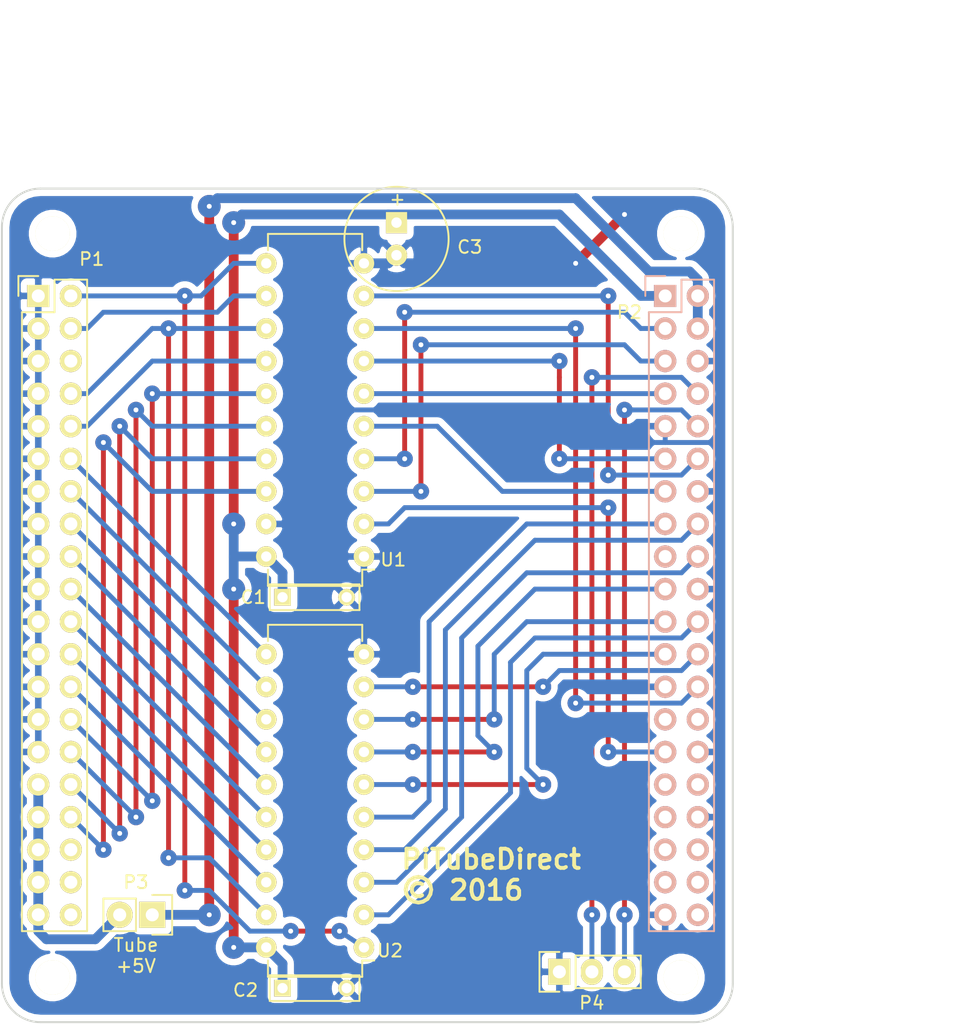
<source format=kicad_pcb>
(kicad_pcb (version 4) (host pcbnew 4.0.2+e4-6225~38~ubuntu14.04.1-stable)

  (general
    (links 78)
    (no_connects 0)
    (area 106.150372 55.385 195.545 135.4782)
    (thickness 1.6)
    (drawings 14)
    (tracks 266)
    (zones 0)
    (modules 13)
    (nets 54)
  )

  (page A4 portrait)
  (layers
    (0 Top signal)
    (31 Bottom signal)
    (34 B.Paste user hide)
    (35 F.Paste user hide)
    (36 B.SilkS user)
    (37 F.SilkS user)
    (38 B.Mask user hide)
    (39 F.Mask user hide)
    (40 Dwgs.User user)
    (41 Cmts.User user hide)
    (42 Eco1.User user hide)
    (43 Eco2.User user hide)
    (44 Edge.Cuts user)
    (45 Margin user hide)
  )

  (setup
    (last_trace_width 0.381)
    (user_trace_width 0.254)
    (user_trace_width 0.381)
    (user_trace_width 0.508)
    (trace_clearance 0.2032)
    (zone_clearance 0.508)
    (zone_45_only no)
    (trace_min 0.381)
    (segment_width 0.2)
    (edge_width 0.15)
    (via_size 1.27)
    (via_drill 0.381)
    (via_min_size 0.889)
    (via_min_drill 0.381)
    (uvia_size 0.762)
    (uvia_drill 0.508)
    (uvias_allowed no)
    (uvia_min_size 0)
    (uvia_min_drill 0)
    (pcb_text_width 0.3)
    (pcb_text_size 1.5 1.5)
    (mod_edge_width 0.15)
    (mod_text_size 1 1)
    (mod_text_width 0.15)
    (pad_size 1.6 1.6)
    (pad_drill 0.8)
    (pad_to_mask_clearance 0.2)
    (aux_axis_origin 125.73072 141.60476)
    (grid_origin 125.73072 141.60476)
    (visible_elements 7FFEFF7F)
    (pcbplotparams
      (layerselection 0x00030_80000001)
      (usegerberextensions false)
      (excludeedgelayer true)
      (linewidth 0.100000)
      (plotframeref false)
      (viasonmask false)
      (mode 1)
      (useauxorigin false)
      (hpglpennumber 1)
      (hpglpenspeed 20)
      (hpglpendiameter 15)
      (hpglpenoverlay 2)
      (psnegative false)
      (psa4output false)
      (plotreference true)
      (plotvalue true)
      (plotinvisibletext false)
      (padsonsilk false)
      (subtractmaskfromsilk false)
      (outputformat 1)
      (mirror false)
      (drillshape 0)
      (scaleselection 1)
      (outputdirectory svg/))
  )

  (net 0 "")
  (net 1 VCC)
  (net 2 GND)
  (net 3 /tnRST)
  (net 4 /TA0)
  (net 5 /TA1)
  (net 6 /TA2)
  (net 7 /TRnW)
  (net 8 /TPHI2)
  (net 9 "Net-(P1-Pad6)")
  (net 10 /TnTUBE)
  (net 11 +5V)
  (net 12 "Net-(P1-Pad36)")
  (net 13 "Net-(P1-Pad38)")
  (net 14 "Net-(P1-Pad40)")
  (net 15 "Net-(P2-Pad2)")
  (net 16 /A1)
  (net 17 /A2)
  (net 18 /nRST)
  (net 19 "Net-(P2-Pad8)")
  (net 20 "Net-(P2-Pad10)")
  (net 21 /nTUBE)
  (net 22 /RnW)
  (net 23 /A0)
  (net 24 /D4)
  (net 25 /D5)
  (net 26 /D6)
  (net 27 /D2)
  (net 28 /D1)
  (net 29 /D7)
  (net 30 /D3)
  (net 31 /D0)
  (net 32 /PHI2)
  (net 33 /TD0)
  (net 34 /TD1)
  (net 35 /TD2)
  (net 36 /TD3)
  (net 37 /TD4)
  (net 38 /TD5)
  (net 39 /TD6)
  (net 40 /TD7)
  (net 41 "Net-(P2-Pad27)")
  (net 42 "Net-(P2-Pad28)")
  (net 43 "Net-(P2-Pad31)")
  (net 44 "Net-(P2-Pad32)")
  (net 45 "Net-(P2-Pad33)")
  (net 46 "Net-(P2-Pad35)")
  (net 47 "Net-(P2-Pad36)")
  (net 48 "Net-(P2-Pad37)")
  (net 49 "Net-(P2-Pad38)")
  (net 50 "Net-(P2-Pad40)")
  (net 51 /TA3)
  (net 52 /A3)
  (net 53 "Net-(P2-Pad17)")

  (net_class Default "This is the default net class."
    (clearance 0.2032)
    (trace_width 0.381)
    (via_dia 1.27)
    (via_drill 0.381)
    (uvia_dia 0.762)
    (uvia_drill 0.508)
    (add_net /A0)
    (add_net /A1)
    (add_net /A2)
    (add_net /A3)
    (add_net /D0)
    (add_net /D1)
    (add_net /D2)
    (add_net /D3)
    (add_net /D4)
    (add_net /D5)
    (add_net /D6)
    (add_net /D7)
    (add_net /PHI2)
    (add_net /RnW)
    (add_net /TA0)
    (add_net /TA1)
    (add_net /TA2)
    (add_net /TA3)
    (add_net /TD0)
    (add_net /TD1)
    (add_net /TD2)
    (add_net /TD3)
    (add_net /TD4)
    (add_net /TD5)
    (add_net /TD6)
    (add_net /TD7)
    (add_net /TPHI2)
    (add_net /TRnW)
    (add_net /TnTUBE)
    (add_net /nRST)
    (add_net /nTUBE)
    (add_net /tnRST)
    (add_net "Net-(P1-Pad36)")
    (add_net "Net-(P1-Pad38)")
    (add_net "Net-(P1-Pad40)")
    (add_net "Net-(P1-Pad6)")
    (add_net "Net-(P2-Pad10)")
    (add_net "Net-(P2-Pad17)")
    (add_net "Net-(P2-Pad27)")
    (add_net "Net-(P2-Pad28)")
    (add_net "Net-(P2-Pad31)")
    (add_net "Net-(P2-Pad32)")
    (add_net "Net-(P2-Pad33)")
    (add_net "Net-(P2-Pad35)")
    (add_net "Net-(P2-Pad36)")
    (add_net "Net-(P2-Pad37)")
    (add_net "Net-(P2-Pad38)")
    (add_net "Net-(P2-Pad40)")
    (add_net "Net-(P2-Pad8)")
  )

  (net_class Power ""
    (clearance 0.2032)
    (trace_width 0.762)
    (via_dia 1.778)
    (via_drill 0.381)
    (uvia_dia 0.762)
    (uvia_drill 0.508)
    (add_net +5V)
    (add_net GND)
    (add_net "Net-(P2-Pad2)")
    (add_net VCC)
  )

  (module Socket_Strips:Socket_Strip_Straight_2x20 (layer Bottom) (tedit 5745780B) (tstamp 574579BB)
    (at 124.46 117.475 270)
    (descr "Through hole socket strip")
    (tags "socket strip")
    (path /574468E6)
    (fp_text reference P2 (at 1.27 2.794 360) (layer F.SilkS)
      (effects (font (size 1 1) (thickness 0.15)))
    )
    (fp_text value CONN_02X20 (at 0 3.1 270) (layer B.Fab)
      (effects (font (size 1 1) (thickness 0.15)) (justify mirror))
    )
    (fp_line (start -1.75 1.75) (end -1.75 -4.3) (layer B.CrtYd) (width 0.05))
    (fp_line (start 50.05 1.75) (end 50.05 -4.3) (layer B.CrtYd) (width 0.05))
    (fp_line (start -1.75 1.75) (end 50.05 1.75) (layer B.CrtYd) (width 0.05))
    (fp_line (start -1.75 -4.3) (end 50.05 -4.3) (layer B.CrtYd) (width 0.05))
    (fp_line (start 49.53 -3.81) (end -1.27 -3.81) (layer B.SilkS) (width 0.15))
    (fp_line (start 1.27 1.27) (end 49.53 1.27) (layer B.SilkS) (width 0.15))
    (fp_line (start 49.53 -3.81) (end 49.53 1.27) (layer B.SilkS) (width 0.15))
    (fp_line (start -1.27 -3.81) (end -1.27 -1.27) (layer B.SilkS) (width 0.15))
    (fp_line (start 0 1.55) (end -1.55 1.55) (layer B.SilkS) (width 0.15))
    (fp_line (start -1.27 -1.27) (end 1.27 -1.27) (layer B.SilkS) (width 0.15))
    (fp_line (start 1.27 -1.27) (end 1.27 1.27) (layer B.SilkS) (width 0.15))
    (fp_line (start -1.55 1.55) (end -1.55 0) (layer B.SilkS) (width 0.15))
    (pad 1 thru_hole rect (at 0 0 270) (size 1.7272 1.7272) (drill 1.016) (layers *.Cu *.Mask B.SilkS)
      (net 1 VCC))
    (pad 2 thru_hole oval (at 0 -2.54 270) (size 1.7272 1.7272) (drill 1.016) (layers *.Cu *.Mask B.SilkS)
      (net 15 "Net-(P2-Pad2)"))
    (pad 3 thru_hole oval (at 2.54 0 270) (size 1.7272 1.7272) (drill 1.016) (layers *.Cu *.Mask B.SilkS)
      (net 16 /A1))
    (pad 4 thru_hole oval (at 2.54 -2.54 270) (size 1.7272 1.7272) (drill 1.016) (layers *.Cu *.Mask B.SilkS)
      (net 15 "Net-(P2-Pad2)"))
    (pad 5 thru_hole oval (at 5.08 0 270) (size 1.7272 1.7272) (drill 1.016) (layers *.Cu *.Mask B.SilkS)
      (net 17 /A2))
    (pad 6 thru_hole oval (at 5.08 -2.54 270) (size 1.7272 1.7272) (drill 1.016) (layers *.Cu *.Mask B.SilkS)
      (net 2 GND))
    (pad 7 thru_hole oval (at 7.62 0 270) (size 1.7272 1.7272) (drill 1.016) (layers *.Cu *.Mask B.SilkS)
      (net 18 /nRST))
    (pad 8 thru_hole oval (at 7.62 -2.54 270) (size 1.7272 1.7272) (drill 1.016) (layers *.Cu *.Mask B.SilkS)
      (net 19 "Net-(P2-Pad8)"))
    (pad 9 thru_hole oval (at 10.16 0 270) (size 1.7272 1.7272) (drill 1.016) (layers *.Cu *.Mask B.SilkS)
      (net 2 GND))
    (pad 10 thru_hole oval (at 10.16 -2.54 270) (size 1.7272 1.7272) (drill 1.016) (layers *.Cu *.Mask B.SilkS)
      (net 20 "Net-(P2-Pad10)"))
    (pad 11 thru_hole oval (at 12.7 0 270) (size 1.7272 1.7272) (drill 1.016) (layers *.Cu *.Mask B.SilkS)
      (net 21 /nTUBE))
    (pad 12 thru_hole oval (at 12.7 -2.54 270) (size 1.7272 1.7272) (drill 1.016) (layers *.Cu *.Mask B.SilkS)
      (net 22 /RnW))
    (pad 13 thru_hole oval (at 15.24 0 270) (size 1.7272 1.7272) (drill 1.016) (layers *.Cu *.Mask B.SilkS)
      (net 23 /A0))
    (pad 14 thru_hole oval (at 15.24 -2.54 270) (size 1.7272 1.7272) (drill 1.016) (layers *.Cu *.Mask B.SilkS)
      (net 2 GND))
    (pad 15 thru_hole oval (at 17.78 0 270) (size 1.7272 1.7272) (drill 1.016) (layers *.Cu *.Mask B.SilkS)
      (net 24 /D4))
    (pad 16 thru_hole oval (at 17.78 -2.54 270) (size 1.7272 1.7272) (drill 1.016) (layers *.Cu *.Mask B.SilkS)
      (net 25 /D5))
    (pad 17 thru_hole oval (at 20.32 0 270) (size 1.7272 1.7272) (drill 1.016) (layers *.Cu *.Mask B.SilkS)
      (net 53 "Net-(P2-Pad17)"))
    (pad 18 thru_hole oval (at 20.32 -2.54 270) (size 1.7272 1.7272) (drill 1.016) (layers *.Cu *.Mask B.SilkS)
      (net 26 /D6))
    (pad 19 thru_hole oval (at 22.86 0 270) (size 1.7272 1.7272) (drill 1.016) (layers *.Cu *.Mask B.SilkS)
      (net 27 /D2))
    (pad 20 thru_hole oval (at 22.86 -2.54 270) (size 1.7272 1.7272) (drill 1.016) (layers *.Cu *.Mask B.SilkS)
      (net 2 GND))
    (pad 21 thru_hole oval (at 25.4 0 270) (size 1.7272 1.7272) (drill 1.016) (layers *.Cu *.Mask B.SilkS)
      (net 28 /D1))
    (pad 22 thru_hole oval (at 25.4 -2.54 270) (size 1.7272 1.7272) (drill 1.016) (layers *.Cu *.Mask B.SilkS)
      (net 29 /D7))
    (pad 23 thru_hole oval (at 27.94 0 270) (size 1.7272 1.7272) (drill 1.016) (layers *.Cu *.Mask B.SilkS)
      (net 30 /D3))
    (pad 24 thru_hole oval (at 27.94 -2.54 270) (size 1.7272 1.7272) (drill 1.016) (layers *.Cu *.Mask B.SilkS)
      (net 31 /D0))
    (pad 25 thru_hole oval (at 30.48 0 270) (size 1.7272 1.7272) (drill 1.016) (layers *.Cu *.Mask B.SilkS)
      (net 2 GND))
    (pad 26 thru_hole oval (at 30.48 -2.54 270) (size 1.7272 1.7272) (drill 1.016) (layers *.Cu *.Mask B.SilkS)
      (net 32 /PHI2))
    (pad 27 thru_hole oval (at 33.02 0 270) (size 1.7272 1.7272) (drill 1.016) (layers *.Cu *.Mask B.SilkS)
      (net 41 "Net-(P2-Pad27)"))
    (pad 28 thru_hole oval (at 33.02 -2.54 270) (size 1.7272 1.7272) (drill 1.016) (layers *.Cu *.Mask B.SilkS)
      (net 42 "Net-(P2-Pad28)"))
    (pad 29 thru_hole oval (at 35.56 0 270) (size 1.7272 1.7272) (drill 1.016) (layers *.Cu *.Mask B.SilkS)
      (net 52 /A3))
    (pad 30 thru_hole oval (at 35.56 -2.54 270) (size 1.7272 1.7272) (drill 1.016) (layers *.Cu *.Mask B.SilkS)
      (net 2 GND))
    (pad 31 thru_hole oval (at 38.1 0 270) (size 1.7272 1.7272) (drill 1.016) (layers *.Cu *.Mask B.SilkS)
      (net 43 "Net-(P2-Pad31)"))
    (pad 32 thru_hole oval (at 38.1 -2.54 270) (size 1.7272 1.7272) (drill 1.016) (layers *.Cu *.Mask B.SilkS)
      (net 44 "Net-(P2-Pad32)"))
    (pad 33 thru_hole oval (at 40.64 0 270) (size 1.7272 1.7272) (drill 1.016) (layers *.Cu *.Mask B.SilkS)
      (net 45 "Net-(P2-Pad33)"))
    (pad 34 thru_hole oval (at 40.64 -2.54 270) (size 1.7272 1.7272) (drill 1.016) (layers *.Cu *.Mask B.SilkS)
      (net 2 GND))
    (pad 35 thru_hole oval (at 43.18 0 270) (size 1.7272 1.7272) (drill 1.016) (layers *.Cu *.Mask B.SilkS)
      (net 46 "Net-(P2-Pad35)"))
    (pad 36 thru_hole oval (at 43.18 -2.54 270) (size 1.7272 1.7272) (drill 1.016) (layers *.Cu *.Mask B.SilkS)
      (net 47 "Net-(P2-Pad36)"))
    (pad 37 thru_hole oval (at 45.72 0 270) (size 1.7272 1.7272) (drill 1.016) (layers *.Cu *.Mask B.SilkS)
      (net 48 "Net-(P2-Pad37)"))
    (pad 38 thru_hole oval (at 45.72 -2.54 270) (size 1.7272 1.7272) (drill 1.016) (layers *.Cu *.Mask B.SilkS)
      (net 49 "Net-(P2-Pad38)"))
    (pad 39 thru_hole oval (at 48.26 0 270) (size 1.7272 1.7272) (drill 1.016) (layers *.Cu *.Mask B.SilkS)
      (net 2 GND))
    (pad 40 thru_hole oval (at 48.26 -2.54 270) (size 1.7272 1.7272) (drill 1.016) (layers *.Cu *.Mask B.SilkS)
      (net 50 "Net-(P2-Pad40)"))
    (model Socket_Strips.3dshapes/Socket_Strip_Straight_2x20.wrl
      (at (xyz 0.95 -0.05 0))
      (scale (xyz 1 1 1))
      (rotate (xyz 0 0 180))
    )
  )

  (module Pin_Headers:Pin_Header_Straight_1x03 (layer Top) (tedit 57814147) (tstamp 5742E3EB)
    (at 116.205 170.18 90)
    (descr "Through hole pin header")
    (tags "pin header")
    (path /57430DFD)
    (fp_text reference P4 (at -2.42476 2.52572 180) (layer F.SilkS)
      (effects (font (size 1 1) (thickness 0.15)))
    )
    (fp_text value CONN_01X03 (at 0 13.335 180) (layer F.Fab)
      (effects (font (size 1 1) (thickness 0.15)))
    )
    (fp_line (start -1.75 -1.75) (end -1.75 6.85) (layer F.CrtYd) (width 0.05))
    (fp_line (start 1.75 -1.75) (end 1.75 6.85) (layer F.CrtYd) (width 0.05))
    (fp_line (start -1.75 -1.75) (end 1.75 -1.75) (layer F.CrtYd) (width 0.05))
    (fp_line (start -1.75 6.85) (end 1.75 6.85) (layer F.CrtYd) (width 0.05))
    (fp_line (start -1.27 1.27) (end -1.27 6.35) (layer F.SilkS) (width 0.15))
    (fp_line (start -1.27 6.35) (end 1.27 6.35) (layer F.SilkS) (width 0.15))
    (fp_line (start 1.27 6.35) (end 1.27 1.27) (layer F.SilkS) (width 0.15))
    (fp_line (start 1.55 -1.55) (end 1.55 0) (layer F.SilkS) (width 0.15))
    (fp_line (start 1.27 1.27) (end -1.27 1.27) (layer F.SilkS) (width 0.15))
    (fp_line (start -1.55 0) (end -1.55 -1.55) (layer F.SilkS) (width 0.15))
    (fp_line (start -1.55 -1.55) (end 1.55 -1.55) (layer F.SilkS) (width 0.15))
    (pad 1 thru_hole rect (at 0 0 90) (size 2.032 1.7272) (drill 1.016) (layers *.Cu *.Mask F.SilkS)
      (net 2 GND))
    (pad 2 thru_hole oval (at 0 2.54 90) (size 2.032 1.7272) (drill 1.016) (layers *.Cu *.Mask F.SilkS)
      (net 19 "Net-(P2-Pad8)"))
    (pad 3 thru_hole oval (at 0 5.08 90) (size 2.032 1.7272) (drill 1.016) (layers *.Cu *.Mask F.SilkS)
      (net 20 "Net-(P2-Pad10)"))
    (model Pin_Headers.3dshapes/Pin_Header_Straight_1x03.wrl
      (at (xyz 0 -0.1 0))
      (scale (xyz 1 1 1))
      (rotate (xyz 0 0 90))
    )
  )

  (module Discret:C1V8 (layer Top) (tedit 5776AB5B) (tstamp 5742EB3D)
    (at 103.505 113.03 270)
    (path /5742F7C7)
    (fp_text reference C3 (at 0.635 -5.715 360) (layer F.SilkS)
      (effects (font (size 1 1) (thickness 0.15)))
    )
    (fp_text value 22u (at 0 -1.77546 270) (layer F.Fab)
      (effects (font (size 1 1) (thickness 0.15)))
    )
    (fp_text user + (at -3.04546 0 270) (layer F.SilkS)
      (effects (font (size 1 1) (thickness 0.15)))
    )
    (fp_circle (center 0 0) (end 4.064 0) (layer F.SilkS) (width 0.15))
    (pad 1 thru_hole rect (at -1.27 0 270) (size 1.651 1.651) (drill 0.8128) (layers *.Cu *.Mask F.SilkS)
      (net 1 VCC))
    (pad 2 thru_hole circle (at 1.27 0 270) (size 1.651 1.651) (drill 0.8128) (layers *.Cu *.Mask F.SilkS)
      (net 2 GND))
    (model Discret.3dshapes/C1V8.wrl
      (at (xyz 0 0 0))
      (scale (xyz 1 1 1))
      (rotate (xyz 0 0 0))
    )
  )

  (module Capacitors_ThroughHole:C_Rect_L7_W2_P5 (layer Top) (tedit 57814180) (tstamp 5742E376)
    (at 94.615 171.45)
    (descr "Film Capacitor Length 7 x Width 2mm, Pitch 5mm")
    (tags Capacitor)
    (path /5742F75A)
    (fp_text reference C2 (at -2.88428 0.15476 180) (layer F.SilkS)
      (effects (font (size 1 1) (thickness 0.15)))
    )
    (fp_text value 100n (at -3.175 0) (layer F.Fab)
      (effects (font (size 1 1) (thickness 0.15)))
    )
    (fp_line (start -1.25 -1.25) (end 6.25 -1.25) (layer F.CrtYd) (width 0.05))
    (fp_line (start 6.25 -1.25) (end 6.25 1.25) (layer F.CrtYd) (width 0.05))
    (fp_line (start 6.25 1.25) (end -1.25 1.25) (layer F.CrtYd) (width 0.05))
    (fp_line (start -1.25 1.25) (end -1.25 -1.25) (layer F.CrtYd) (width 0.05))
    (fp_line (start -1 -1) (end 6 -1) (layer F.SilkS) (width 0.15))
    (fp_line (start 6 -1) (end 6 1) (layer F.SilkS) (width 0.15))
    (fp_line (start 6 1) (end -1 1) (layer F.SilkS) (width 0.15))
    (fp_line (start -1 1) (end -1 -1) (layer F.SilkS) (width 0.15))
    (pad 1 thru_hole rect (at 0 0) (size 1.3 1.3) (drill 0.8) (layers *.Cu *.Mask F.SilkS)
      (net 1 VCC))
    (pad 2 thru_hole circle (at 5 0) (size 1.3 1.3) (drill 0.8) (layers *.Cu *.Mask F.SilkS)
      (net 2 GND))
    (model Capacitors_ThroughHole.3dshapes/C_Rect_L7_W2_P5.wrl
      (at (xyz 0.098425 0 0))
      (scale (xyz 1 1 1))
      (rotate (xyz 0 0 0))
    )
  )

  (module Housings_DIP:DIP-20_W7.62mm (layer Top) (tedit 57457726) (tstamp 5742E463)
    (at 100.965 168.275 180)
    (descr "20-lead dip package, row spacing 7.62 mm (300 mils)")
    (tags "dil dip 2.54 300")
    (path /5742C432)
    (fp_text reference U2 (at -2.032 -0.254 180) (layer F.SilkS)
      (effects (font (size 1 1) (thickness 0.15)))
    )
    (fp_text value 74LVC245AN (at 12.7 24.765 360) (layer F.Fab)
      (effects (font (size 1 1) (thickness 0.15)))
    )
    (fp_line (start -1.05 -2.45) (end -1.05 25.35) (layer F.CrtYd) (width 0.05))
    (fp_line (start 8.65 -2.45) (end 8.65 25.35) (layer F.CrtYd) (width 0.05))
    (fp_line (start -1.05 -2.45) (end 8.65 -2.45) (layer F.CrtYd) (width 0.05))
    (fp_line (start -1.05 25.35) (end 8.65 25.35) (layer F.CrtYd) (width 0.05))
    (fp_line (start 0.135 -2.295) (end 0.135 -1.025) (layer F.SilkS) (width 0.15))
    (fp_line (start 7.485 -2.295) (end 7.485 -1.025) (layer F.SilkS) (width 0.15))
    (fp_line (start 7.485 25.155) (end 7.485 23.885) (layer F.SilkS) (width 0.15))
    (fp_line (start 0.135 25.155) (end 0.135 23.885) (layer F.SilkS) (width 0.15))
    (fp_line (start 0.135 -2.295) (end 7.485 -2.295) (layer F.SilkS) (width 0.15))
    (fp_line (start 0.135 25.155) (end 7.485 25.155) (layer F.SilkS) (width 0.15))
    (fp_line (start 0.135 -1.025) (end -0.8 -1.025) (layer F.SilkS) (width 0.15))
    (pad 1 thru_hole oval (at 0 0 180) (size 1.6 1.6) (drill 0.8) (layers *.Cu *.Mask F.SilkS)
      (net 7 /TRnW))
    (pad 2 thru_hole oval (at 0 2.54 180) (size 1.6 1.6) (drill 0.8) (layers *.Cu *.Mask F.SilkS)
      (net 29 /D7))
    (pad 3 thru_hole oval (at 0 5.08 180) (size 1.6 1.6) (drill 0.8) (layers *.Cu *.Mask F.SilkS)
      (net 26 /D6))
    (pad 4 thru_hole oval (at 0 7.62 180) (size 1.6 1.6) (drill 0.8) (layers *.Cu *.Mask F.SilkS)
      (net 25 /D5))
    (pad 5 thru_hole oval (at 0 10.16 180) (size 1.6 1.6) (drill 0.8) (layers *.Cu *.Mask F.SilkS)
      (net 24 /D4))
    (pad 6 thru_hole oval (at 0 12.7 180) (size 1.6 1.6) (drill 0.8) (layers *.Cu *.Mask F.SilkS)
      (net 30 /D3))
    (pad 7 thru_hole oval (at 0 15.24 180) (size 1.6 1.6) (drill 0.8) (layers *.Cu *.Mask F.SilkS)
      (net 27 /D2))
    (pad 8 thru_hole oval (at 0 17.78 180) (size 1.6 1.6) (drill 0.8) (layers *.Cu *.Mask F.SilkS)
      (net 28 /D1))
    (pad 9 thru_hole oval (at 0 20.32 180) (size 1.6 1.6) (drill 0.8) (layers *.Cu *.Mask F.SilkS)
      (net 31 /D0))
    (pad 10 thru_hole oval (at 0 22.86 180) (size 1.6 1.6) (drill 0.8) (layers *.Cu *.Mask F.SilkS)
      (net 2 GND))
    (pad 11 thru_hole oval (at 7.62 22.86 180) (size 1.6 1.6) (drill 0.8) (layers *.Cu *.Mask F.SilkS)
      (net 33 /TD0))
    (pad 12 thru_hole oval (at 7.62 20.32 180) (size 1.6 1.6) (drill 0.8) (layers *.Cu *.Mask F.SilkS)
      (net 34 /TD1))
    (pad 13 thru_hole oval (at 7.62 17.78 180) (size 1.6 1.6) (drill 0.8) (layers *.Cu *.Mask F.SilkS)
      (net 35 /TD2))
    (pad 14 thru_hole oval (at 7.62 15.24 180) (size 1.6 1.6) (drill 0.8) (layers *.Cu *.Mask F.SilkS)
      (net 36 /TD3))
    (pad 15 thru_hole oval (at 7.62 12.7 180) (size 1.6 1.6) (drill 0.8) (layers *.Cu *.Mask F.SilkS)
      (net 37 /TD4))
    (pad 16 thru_hole oval (at 7.62 10.16 180) (size 1.6 1.6) (drill 0.8) (layers *.Cu *.Mask F.SilkS)
      (net 38 /TD5))
    (pad 17 thru_hole oval (at 7.62 7.62 180) (size 1.6 1.6) (drill 0.8) (layers *.Cu *.Mask F.SilkS)
      (net 39 /TD6))
    (pad 18 thru_hole oval (at 7.62 5.08 180) (size 1.6 1.6) (drill 0.8) (layers *.Cu *.Mask F.SilkS)
      (net 40 /TD7))
    (pad 19 thru_hole oval (at 7.62 2.54 180) (size 1.6 1.6) (drill 0.8) (layers *.Cu *.Mask F.SilkS)
      (net 10 /TnTUBE))
    (pad 20 thru_hole oval (at 7.62 0 180) (size 1.6 1.6) (drill 0.8) (layers *.Cu *.Mask F.SilkS)
      (net 1 VCC))
    (model Housings_DIP.3dshapes/DIP-20_W7.62mm.wrl
      (at (xyz 0 0 0))
      (scale (xyz 1 1 1))
      (rotate (xyz 0 0 0))
    )
  )

  (module Capacitors_ThroughHole:C_Rect_L7_W2_P5 (layer Top) (tedit 57457798) (tstamp 5742E370)
    (at 94.615 140.97)
    (descr "Film Capacitor Length 7 x Width 2mm, Pitch 5mm")
    (tags Capacitor)
    (path /5742F6BB)
    (fp_text reference C1 (at -2.286 0) (layer F.SilkS)
      (effects (font (size 1 1) (thickness 0.15)))
    )
    (fp_text value 100n (at -3.175 0) (layer F.Fab)
      (effects (font (size 1 1) (thickness 0.15)))
    )
    (fp_line (start -1.25 -1.25) (end 6.25 -1.25) (layer F.CrtYd) (width 0.05))
    (fp_line (start 6.25 -1.25) (end 6.25 1.25) (layer F.CrtYd) (width 0.05))
    (fp_line (start 6.25 1.25) (end -1.25 1.25) (layer F.CrtYd) (width 0.05))
    (fp_line (start -1.25 1.25) (end -1.25 -1.25) (layer F.CrtYd) (width 0.05))
    (fp_line (start -1 -1) (end 6 -1) (layer F.SilkS) (width 0.15))
    (fp_line (start 6 -1) (end 6 1) (layer F.SilkS) (width 0.15))
    (fp_line (start 6 1) (end -1 1) (layer F.SilkS) (width 0.15))
    (fp_line (start -1 1) (end -1 -1) (layer F.SilkS) (width 0.15))
    (pad 1 thru_hole rect (at 0 0) (size 1.3 1.3) (drill 0.8) (layers *.Cu *.Mask F.SilkS)
      (net 1 VCC))
    (pad 2 thru_hole circle (at 5 0) (size 1.3 1.3) (drill 0.8) (layers *.Cu *.Mask F.SilkS)
      (net 2 GND))
    (model Capacitors_ThroughHole.3dshapes/C_Rect_L7_W2_P5.wrl
      (at (xyz 0.098425 0 0))
      (scale (xyz 1 1 1))
      (rotate (xyz 0 0 0))
    )
  )

  (module Housings_DIP:DIP-20_W7.62mm (layer Top) (tedit 5745772C) (tstamp 5742E44B)
    (at 100.965 137.795 180)
    (descr "20-lead dip package, row spacing 7.62 mm (300 mils)")
    (tags "dil dip 2.54 300")
    (path /5743815B)
    (fp_text reference U1 (at -2.286 -0.254 180) (layer F.SilkS)
      (effects (font (size 1 1) (thickness 0.15)))
    )
    (fp_text value 74LVC245AN (at 13.335 -1.27 180) (layer F.Fab)
      (effects (font (size 1 1) (thickness 0.15)))
    )
    (fp_line (start -1.05 -2.45) (end -1.05 25.35) (layer F.CrtYd) (width 0.05))
    (fp_line (start 8.65 -2.45) (end 8.65 25.35) (layer F.CrtYd) (width 0.05))
    (fp_line (start -1.05 -2.45) (end 8.65 -2.45) (layer F.CrtYd) (width 0.05))
    (fp_line (start -1.05 25.35) (end 8.65 25.35) (layer F.CrtYd) (width 0.05))
    (fp_line (start 0.135 -2.295) (end 0.135 -1.025) (layer F.SilkS) (width 0.15))
    (fp_line (start 7.485 -2.295) (end 7.485 -1.025) (layer F.SilkS) (width 0.15))
    (fp_line (start 7.485 25.155) (end 7.485 23.885) (layer F.SilkS) (width 0.15))
    (fp_line (start 0.135 25.155) (end 0.135 23.885) (layer F.SilkS) (width 0.15))
    (fp_line (start 0.135 -2.295) (end 7.485 -2.295) (layer F.SilkS) (width 0.15))
    (fp_line (start 0.135 25.155) (end 7.485 25.155) (layer F.SilkS) (width 0.15))
    (fp_line (start 0.135 -1.025) (end -0.8 -1.025) (layer F.SilkS) (width 0.15))
    (pad 1 thru_hole oval (at 0 0 180) (size 1.6 1.6) (drill 0.8) (layers *.Cu *.Mask F.SilkS)
      (net 2 GND))
    (pad 2 thru_hole oval (at 0 2.54 180) (size 1.6 1.6) (drill 0.8) (layers *.Cu *.Mask F.SilkS)
      (net 52 /A3))
    (pad 3 thru_hole oval (at 0 5.08 180) (size 1.6 1.6) (drill 0.8) (layers *.Cu *.Mask F.SilkS)
      (net 17 /A2))
    (pad 4 thru_hole oval (at 0 7.62 180) (size 1.6 1.6) (drill 0.8) (layers *.Cu *.Mask F.SilkS)
      (net 16 /A1))
    (pad 5 thru_hole oval (at 0 10.16 180) (size 1.6 1.6) (drill 0.8) (layers *.Cu *.Mask F.SilkS)
      (net 23 /A0))
    (pad 6 thru_hole oval (at 0 12.7 180) (size 1.6 1.6) (drill 0.8) (layers *.Cu *.Mask F.SilkS)
      (net 18 /nRST))
    (pad 7 thru_hole oval (at 0 15.24 180) (size 1.6 1.6) (drill 0.8) (layers *.Cu *.Mask F.SilkS)
      (net 21 /nTUBE))
    (pad 8 thru_hole oval (at 0 17.78 180) (size 1.6 1.6) (drill 0.8) (layers *.Cu *.Mask F.SilkS)
      (net 32 /PHI2))
    (pad 9 thru_hole oval (at 0 20.32 180) (size 1.6 1.6) (drill 0.8) (layers *.Cu *.Mask F.SilkS)
      (net 22 /RnW))
    (pad 10 thru_hole oval (at 0 22.86 180) (size 1.6 1.6) (drill 0.8) (layers *.Cu *.Mask F.SilkS)
      (net 2 GND))
    (pad 11 thru_hole oval (at 7.62 22.86 180) (size 1.6 1.6) (drill 0.8) (layers *.Cu *.Mask F.SilkS)
      (net 7 /TRnW))
    (pad 12 thru_hole oval (at 7.62 20.32 180) (size 1.6 1.6) (drill 0.8) (layers *.Cu *.Mask F.SilkS)
      (net 8 /TPHI2))
    (pad 13 thru_hole oval (at 7.62 17.78 180) (size 1.6 1.6) (drill 0.8) (layers *.Cu *.Mask F.SilkS)
      (net 10 /TnTUBE))
    (pad 14 thru_hole oval (at 7.62 15.24 180) (size 1.6 1.6) (drill 0.8) (layers *.Cu *.Mask F.SilkS)
      (net 3 /tnRST))
    (pad 15 thru_hole oval (at 7.62 12.7 180) (size 1.6 1.6) (drill 0.8) (layers *.Cu *.Mask F.SilkS)
      (net 4 /TA0))
    (pad 16 thru_hole oval (at 7.62 10.16 180) (size 1.6 1.6) (drill 0.8) (layers *.Cu *.Mask F.SilkS)
      (net 5 /TA1))
    (pad 17 thru_hole oval (at 7.62 7.62 180) (size 1.6 1.6) (drill 0.8) (layers *.Cu *.Mask F.SilkS)
      (net 6 /TA2))
    (pad 18 thru_hole oval (at 7.62 5.08 180) (size 1.6 1.6) (drill 0.8) (layers *.Cu *.Mask F.SilkS)
      (net 51 /TA3))
    (pad 19 thru_hole oval (at 7.62 2.54 180) (size 1.6 1.6) (drill 0.8) (layers *.Cu *.Mask F.SilkS)
      (net 2 GND))
    (pad 20 thru_hole oval (at 7.62 0 180) (size 1.6 1.6) (drill 0.8) (layers *.Cu *.Mask F.SilkS)
      (net 1 VCC))
    (model Housings_DIP.3dshapes/DIP-20_W7.62mm.wrl
      (at (xyz 0 0 0))
      (scale (xyz 1 1 1))
      (rotate (xyz 0 0 0))
    )
  )

  (module Pin_Headers:Pin_Header_Straight_2x20 (layer Top) (tedit 57814189) (tstamp 5780DB9C)
    (at 75.565 117.475)
    (descr "Through hole pin header")
    (tags "pin header")
    (path /5742C4D6)
    (fp_text reference P1 (at 4.16572 -2.87024) (layer F.SilkS)
      (effects (font (size 1 1) (thickness 0.15)))
    )
    (fp_text value CONN_02X20 (at 0 -3.1) (layer F.Fab)
      (effects (font (size 1 1) (thickness 0.15)))
    )
    (fp_line (start -1.75 -1.75) (end -1.75 50.05) (layer F.CrtYd) (width 0.05))
    (fp_line (start 4.3 -1.75) (end 4.3 50.05) (layer F.CrtYd) (width 0.05))
    (fp_line (start -1.75 -1.75) (end 4.3 -1.75) (layer F.CrtYd) (width 0.05))
    (fp_line (start -1.75 50.05) (end 4.3 50.05) (layer F.CrtYd) (width 0.05))
    (fp_line (start 3.81 49.53) (end 3.81 -1.27) (layer F.SilkS) (width 0.15))
    (fp_line (start -1.27 1.27) (end -1.27 49.53) (layer F.SilkS) (width 0.15))
    (fp_line (start 3.81 49.53) (end -1.27 49.53) (layer F.SilkS) (width 0.15))
    (fp_line (start 3.81 -1.27) (end 1.27 -1.27) (layer F.SilkS) (width 0.15))
    (fp_line (start 0 -1.55) (end -1.55 -1.55) (layer F.SilkS) (width 0.15))
    (fp_line (start 1.27 -1.27) (end 1.27 1.27) (layer F.SilkS) (width 0.15))
    (fp_line (start 1.27 1.27) (end -1.27 1.27) (layer F.SilkS) (width 0.15))
    (fp_line (start -1.55 -1.55) (end -1.55 0) (layer F.SilkS) (width 0.15))
    (pad 1 thru_hole rect (at 0 0) (size 1.7272 1.7272) (drill 1.016) (layers *.Cu *.Mask F.SilkS)
      (net 2 GND))
    (pad 2 thru_hole oval (at 2.54 0) (size 1.7272 1.7272) (drill 1.016) (layers *.Cu *.Mask F.SilkS)
      (net 7 /TRnW))
    (pad 3 thru_hole oval (at 0 2.54) (size 1.7272 1.7272) (drill 1.016) (layers *.Cu *.Mask F.SilkS)
      (net 2 GND))
    (pad 4 thru_hole oval (at 2.54 2.54) (size 1.7272 1.7272) (drill 1.016) (layers *.Cu *.Mask F.SilkS)
      (net 8 /TPHI2))
    (pad 5 thru_hole oval (at 0 5.08) (size 1.7272 1.7272) (drill 1.016) (layers *.Cu *.Mask F.SilkS)
      (net 2 GND))
    (pad 6 thru_hole oval (at 2.54 5.08) (size 1.7272 1.7272) (drill 1.016) (layers *.Cu *.Mask F.SilkS)
      (net 9 "Net-(P1-Pad6)"))
    (pad 7 thru_hole oval (at 0 7.62) (size 1.7272 1.7272) (drill 1.016) (layers *.Cu *.Mask F.SilkS)
      (net 2 GND))
    (pad 8 thru_hole oval (at 2.54 7.62) (size 1.7272 1.7272) (drill 1.016) (layers *.Cu *.Mask F.SilkS)
      (net 10 /TnTUBE))
    (pad 9 thru_hole oval (at 0 10.16) (size 1.7272 1.7272) (drill 1.016) (layers *.Cu *.Mask F.SilkS)
      (net 2 GND))
    (pad 10 thru_hole oval (at 2.54 10.16) (size 1.7272 1.7272) (drill 1.016) (layers *.Cu *.Mask F.SilkS)
      (net 3 /tnRST))
    (pad 11 thru_hole oval (at 0 12.7) (size 1.7272 1.7272) (drill 1.016) (layers *.Cu *.Mask F.SilkS)
      (net 2 GND))
    (pad 12 thru_hole oval (at 2.54 12.7) (size 1.7272 1.7272) (drill 1.016) (layers *.Cu *.Mask F.SilkS)
      (net 33 /TD0))
    (pad 13 thru_hole oval (at 0 15.24) (size 1.7272 1.7272) (drill 1.016) (layers *.Cu *.Mask F.SilkS)
      (net 2 GND))
    (pad 14 thru_hole oval (at 2.54 15.24) (size 1.7272 1.7272) (drill 1.016) (layers *.Cu *.Mask F.SilkS)
      (net 34 /TD1))
    (pad 15 thru_hole oval (at 0 17.78) (size 1.7272 1.7272) (drill 1.016) (layers *.Cu *.Mask F.SilkS)
      (net 2 GND))
    (pad 16 thru_hole oval (at 2.54 17.78) (size 1.7272 1.7272) (drill 1.016) (layers *.Cu *.Mask F.SilkS)
      (net 35 /TD2))
    (pad 17 thru_hole oval (at 0 20.32) (size 1.7272 1.7272) (drill 1.016) (layers *.Cu *.Mask F.SilkS)
      (net 2 GND))
    (pad 18 thru_hole oval (at 2.54 20.32) (size 1.7272 1.7272) (drill 1.016) (layers *.Cu *.Mask F.SilkS)
      (net 36 /TD3))
    (pad 19 thru_hole oval (at 0 22.86) (size 1.7272 1.7272) (drill 1.016) (layers *.Cu *.Mask F.SilkS)
      (net 2 GND))
    (pad 20 thru_hole oval (at 2.54 22.86) (size 1.7272 1.7272) (drill 1.016) (layers *.Cu *.Mask F.SilkS)
      (net 37 /TD4))
    (pad 21 thru_hole oval (at 0 25.4) (size 1.7272 1.7272) (drill 1.016) (layers *.Cu *.Mask F.SilkS)
      (net 2 GND))
    (pad 22 thru_hole oval (at 2.54 25.4) (size 1.7272 1.7272) (drill 1.016) (layers *.Cu *.Mask F.SilkS)
      (net 38 /TD5))
    (pad 23 thru_hole oval (at 0 27.94) (size 1.7272 1.7272) (drill 1.016) (layers *.Cu *.Mask F.SilkS)
      (net 2 GND))
    (pad 24 thru_hole oval (at 2.54 27.94) (size 1.7272 1.7272) (drill 1.016) (layers *.Cu *.Mask F.SilkS)
      (net 39 /TD6))
    (pad 25 thru_hole oval (at 0 30.48) (size 1.7272 1.7272) (drill 1.016) (layers *.Cu *.Mask F.SilkS)
      (net 2 GND))
    (pad 26 thru_hole oval (at 2.54 30.48) (size 1.7272 1.7272) (drill 1.016) (layers *.Cu *.Mask F.SilkS)
      (net 40 /TD7))
    (pad 27 thru_hole oval (at 0 33.02) (size 1.7272 1.7272) (drill 1.016) (layers *.Cu *.Mask F.SilkS)
      (net 2 GND))
    (pad 28 thru_hole oval (at 2.54 33.02) (size 1.7272 1.7272) (drill 1.016) (layers *.Cu *.Mask F.SilkS)
      (net 4 /TA0))
    (pad 29 thru_hole oval (at 0 35.56) (size 1.7272 1.7272) (drill 1.016) (layers *.Cu *.Mask F.SilkS)
      (net 2 GND))
    (pad 30 thru_hole oval (at 2.54 35.56) (size 1.7272 1.7272) (drill 1.016) (layers *.Cu *.Mask F.SilkS)
      (net 5 /TA1))
    (pad 31 thru_hole oval (at 0 38.1) (size 1.7272 1.7272) (drill 1.016) (layers *.Cu *.Mask F.SilkS)
      (net 11 +5V))
    (pad 32 thru_hole oval (at 2.54 38.1) (size 1.7272 1.7272) (drill 1.016) (layers *.Cu *.Mask F.SilkS)
      (net 6 /TA2))
    (pad 33 thru_hole oval (at 0 40.64) (size 1.7272 1.7272) (drill 1.016) (layers *.Cu *.Mask F.SilkS)
      (net 11 +5V))
    (pad 34 thru_hole oval (at 2.54 40.64) (size 1.7272 1.7272) (drill 1.016) (layers *.Cu *.Mask F.SilkS)
      (net 51 /TA3))
    (pad 35 thru_hole oval (at 0 43.18) (size 1.7272 1.7272) (drill 1.016) (layers *.Cu *.Mask F.SilkS)
      (net 11 +5V))
    (pad 36 thru_hole oval (at 2.54 43.18) (size 1.7272 1.7272) (drill 1.016) (layers *.Cu *.Mask F.SilkS)
      (net 12 "Net-(P1-Pad36)"))
    (pad 37 thru_hole oval (at 0 45.72) (size 1.7272 1.7272) (drill 1.016) (layers *.Cu *.Mask F.SilkS)
      (net 11 +5V))
    (pad 38 thru_hole oval (at 2.54 45.72) (size 1.7272 1.7272) (drill 1.016) (layers *.Cu *.Mask F.SilkS)
      (net 13 "Net-(P1-Pad38)"))
    (pad 39 thru_hole oval (at 0 48.26) (size 1.7272 1.7272) (drill 1.016) (layers *.Cu *.Mask F.SilkS)
      (net 11 +5V))
    (pad 40 thru_hole oval (at 2.54 48.26) (size 1.7272 1.7272) (drill 1.016) (layers *.Cu *.Mask F.SilkS)
      (net 14 "Net-(P1-Pad40)"))
    (model Pin_Headers.3dshapes/Pin_Header_Straight_2x20.wrl
      (at (xyz 0.05 -0.95 0))
      (scale (xyz 1 1 1))
      (rotate (xyz 0 0 90))
    )
  )

  (module Pin_Headers:Pin_Header_Straight_1x02 (layer Top) (tedit 5781180B) (tstamp 5780DFEF)
    (at 84.455 165.735 270)
    (descr "Through hole pin header")
    (tags "pin header")
    (path /5780E2C1)
    (fp_text reference P3 (at -2.54 1.27 360) (layer F.SilkS)
      (effects (font (size 1 1) (thickness 0.15)))
    )
    (fp_text value CONN_01X02 (at 0 -3.1 270) (layer F.Fab)
      (effects (font (size 1 1) (thickness 0.15)))
    )
    (fp_line (start 1.27 1.27) (end 1.27 3.81) (layer F.SilkS) (width 0.15))
    (fp_line (start 1.55 -1.55) (end 1.55 0) (layer F.SilkS) (width 0.15))
    (fp_line (start -1.75 -1.75) (end -1.75 4.3) (layer F.CrtYd) (width 0.05))
    (fp_line (start 1.75 -1.75) (end 1.75 4.3) (layer F.CrtYd) (width 0.05))
    (fp_line (start -1.75 -1.75) (end 1.75 -1.75) (layer F.CrtYd) (width 0.05))
    (fp_line (start -1.75 4.3) (end 1.75 4.3) (layer F.CrtYd) (width 0.05))
    (fp_line (start 1.27 1.27) (end -1.27 1.27) (layer F.SilkS) (width 0.15))
    (fp_line (start -1.55 0) (end -1.55 -1.55) (layer F.SilkS) (width 0.15))
    (fp_line (start -1.55 -1.55) (end 1.55 -1.55) (layer F.SilkS) (width 0.15))
    (fp_line (start -1.27 1.27) (end -1.27 3.81) (layer F.SilkS) (width 0.15))
    (fp_line (start -1.27 3.81) (end 1.27 3.81) (layer F.SilkS) (width 0.15))
    (pad 1 thru_hole rect (at 0 0 270) (size 2.032 2.032) (drill 1.016) (layers *.Cu *.Mask F.SilkS)
      (net 15 "Net-(P2-Pad2)"))
    (pad 2 thru_hole oval (at 0 2.54 270) (size 2.032 2.032) (drill 1.016) (layers *.Cu *.Mask F.SilkS)
      (net 11 +5V))
    (model Pin_Headers.3dshapes/Pin_Header_Straight_1x02.wrl
      (at (xyz 0 -0.05 0))
      (scale (xyz 1 1 1))
      (rotate (xyz 0 0 90))
    )
  )

  (module Mounting_Holes:MountingHole_2.7mm_M2.5_ISO14580 (layer Top) (tedit 57814129) (tstamp 57813A19)
    (at 76.685 112.62)
    (descr "Mounting Hole 2.7mm, no annular, M2.5, ISO14580")
    (tags "mounting hole 2.7mm no annular m2.5 iso14580")
    (fp_text reference REF** (at 0 -3.25) (layer F.SilkS) hide
      (effects (font (size 1 1) (thickness 0.15)))
    )
    (fp_text value MountingHole_2.7mm_M2.5_ISO14580 (at 0 3.25) (layer F.Fab)
      (effects (font (size 1 1) (thickness 0.15)))
    )
    (fp_circle (center 0 0) (end 2.25 0) (layer Cmts.User) (width 0.15))
    (fp_circle (center 0 0) (end 2.5 0) (layer F.CrtYd) (width 0.05))
    (pad 1 np_thru_hole circle (at 0 0) (size 2.7 2.7) (drill 2.7) (layers *.Cu *.Mask F.SilkS))
  )

  (module Mounting_Holes:MountingHole_2.7mm_M2.5_ISO14580 (layer Top) (tedit 57814111) (tstamp 57813A5B)
    (at 76.685 170.62)
    (descr "Mounting Hole 2.7mm, no annular, M2.5, ISO14580")
    (tags "mounting hole 2.7mm no annular m2.5 iso14580")
    (fp_text reference REF** (at 0 -3.25) (layer F.SilkS) hide
      (effects (font (size 1 1) (thickness 0.15)))
    )
    (fp_text value MountingHole_2.7mm_M2.5_ISO14580 (at 0 3.25) (layer F.Fab)
      (effects (font (size 1 1) (thickness 0.15)))
    )
    (fp_circle (center 0 0) (end 2.25 0) (layer Cmts.User) (width 0.15))
    (fp_circle (center 0 0) (end 2.5 0) (layer F.CrtYd) (width 0.05))
    (pad 1 np_thru_hole circle (at 0 0) (size 2.7 2.7) (drill 2.7) (layers *.Cu *.Mask F.SilkS))
  )

  (module Mounting_Holes:MountingHole_2.7mm_M2.5_ISO14580 (layer Top) (tedit 57814119) (tstamp 57813B2D)
    (at 125.685 170.62)
    (descr "Mounting Hole 2.7mm, no annular, M2.5, ISO14580")
    (tags "mounting hole 2.7mm no annular m2.5 iso14580")
    (fp_text reference REF** (at 0 -3.25) (layer F.SilkS) hide
      (effects (font (size 1 1) (thickness 0.15)))
    )
    (fp_text value MountingHole_2.7mm_M2.5_ISO14580 (at 0 3.25) (layer F.Fab)
      (effects (font (size 1 1) (thickness 0.15)))
    )
    (fp_circle (center 0 0) (end 2.25 0) (layer Cmts.User) (width 0.15))
    (fp_circle (center 0 0) (end 2.5 0) (layer F.CrtYd) (width 0.05))
    (pad 1 np_thru_hole circle (at 0 0) (size 2.7 2.7) (drill 2.7) (layers *.Cu *.Mask F.SilkS))
  )

  (module Mounting_Holes:MountingHole_2.7mm_M2.5_ISO14580 (layer Top) (tedit 57814121) (tstamp 57813B67)
    (at 125.685 112.62)
    (descr "Mounting Hole 2.7mm, no annular, M2.5, ISO14580")
    (tags "mounting hole 2.7mm no annular m2.5 iso14580")
    (fp_text reference REF** (at 0 -3.25) (layer F.SilkS) hide
      (effects (font (size 1 1) (thickness 0.15)))
    )
    (fp_text value MountingHole_2.7mm_M2.5_ISO14580 (at 0 3.25) (layer F.Fab)
      (effects (font (size 1 1) (thickness 0.15)))
    )
    (fp_circle (center 0 0) (end 2.25 0) (layer Cmts.User) (width 0.15))
    (fp_circle (center 0 0) (end 2.5 0) (layer F.CrtYd) (width 0.05))
    (pad 1 np_thru_hole circle (at 0 0) (size 2.7 2.7) (drill 2.7) (layers *.Cu *.Mask F.SilkS))
  )

  (gr_text "Tube\n+5V" (at 83.185 168.91) (layer F.SilkS)
    (effects (font (size 1.016 1.016) (thickness 0.1524)))
  )
  (gr_line (start 126.73 109.105) (end 75.73 109.105) (angle 90) (layer Edge.Cuts) (width 0.15))
  (gr_line (start 129.73 171.105) (end 129.73 112.105) (angle 90) (layer Edge.Cuts) (width 0.15))
  (gr_line (start 75.73 174.105) (end 126.73 174.105) (angle 90) (layer Edge.Cuts) (width 0.15))
  (gr_line (start 72.73 112.105) (end 72.73 171.105) (angle 90) (layer Edge.Cuts) (width 0.15))
  (gr_arc (start 75.73 112.105) (end 72.73 112.105) (angle 90) (layer Edge.Cuts) (width 0.15))
  (gr_arc (start 75.73 171.105) (end 75.73 174.105) (angle 90) (layer Edge.Cuts) (width 0.15))
  (gr_arc (start 126.73 171.105) (end 129.73 171.105) (angle 90) (layer Edge.Cuts) (width 0.15))
  (gr_arc (start 126.73 112.105) (end 126.73 109.105) (angle 90) (layer Edge.Cuts) (width 0.15))
  (dimension 65 (width 0.3) (layer Dwgs.User)
    (gr_text "65.000 mm" (at 145.08 141.605 270) (layer Dwgs.User)
      (effects (font (size 1.5 1.5) (thickness 0.3)))
    )
    (feature1 (pts (xy 135.73 174.105) (xy 146.43 174.105)))
    (feature2 (pts (xy 135.73 109.105) (xy 146.43 109.105)))
    (crossbar (pts (xy 143.73 109.105) (xy 143.73 174.105)))
    (arrow1a (pts (xy 143.73 174.105) (xy 143.143579 172.978496)))
    (arrow1b (pts (xy 143.73 174.105) (xy 144.316421 172.978496)))
    (arrow2a (pts (xy 143.73 109.105) (xy 143.143579 110.231504)))
    (arrow2b (pts (xy 143.73 109.105) (xy 144.316421 110.231504)))
  )
  (dimension 58 (width 0.3) (layer Dwgs.User)
    (gr_text "58.000 mm" (at 140.08 141.605 270) (layer Dwgs.User)
      (effects (font (size 1.5 1.5) (thickness 0.3)))
    )
    (feature1 (pts (xy 135.73 170.605) (xy 141.43 170.605)))
    (feature2 (pts (xy 135.73 112.605) (xy 141.43 112.605)))
    (crossbar (pts (xy 138.73 112.605) (xy 138.73 170.605)))
    (arrow1a (pts (xy 138.73 170.605) (xy 138.143579 169.478496)))
    (arrow1b (pts (xy 138.73 170.605) (xy 139.316421 169.478496)))
    (arrow2a (pts (xy 138.73 112.605) (xy 138.143579 113.731504)))
    (arrow2b (pts (xy 138.73 112.605) (xy 139.316421 113.731504)))
  )
  (dimension 57 (width 0.3) (layer Dwgs.User)
    (gr_text "57.000 mm" (at 101.23 96.255) (layer Dwgs.User)
      (effects (font (size 1.5 1.5) (thickness 0.3)))
    )
    (feature1 (pts (xy 129.73 105.605) (xy 129.73 94.905)))
    (feature2 (pts (xy 72.73 105.605) (xy 72.73 94.905)))
    (crossbar (pts (xy 72.73 97.605) (xy 129.73 97.605)))
    (arrow1a (pts (xy 129.73 97.605) (xy 128.603496 98.191421)))
    (arrow1b (pts (xy 129.73 97.605) (xy 128.603496 97.018579)))
    (arrow2a (pts (xy 72.73 97.605) (xy 73.856504 98.191421)))
    (arrow2b (pts (xy 72.73 97.605) (xy 73.856504 97.018579)))
  )
  (dimension 49 (width 0.3) (layer Dwgs.User)
    (gr_text "49.000 mm" (at 101.23 101.255) (layer Dwgs.User)
      (effects (font (size 1.5 1.5) (thickness 0.3)))
    )
    (feature1 (pts (xy 76.73 105.605) (xy 76.73 99.905)))
    (feature2 (pts (xy 125.73 105.605) (xy 125.73 99.905)))
    (crossbar (pts (xy 125.73 102.605) (xy 76.73 102.605)))
    (arrow1a (pts (xy 76.73 102.605) (xy 77.856504 102.018579)))
    (arrow1b (pts (xy 76.73 102.605) (xy 77.856504 103.191421)))
    (arrow2a (pts (xy 125.73 102.605) (xy 124.603496 102.018579)))
    (arrow2b (pts (xy 125.73 102.605) (xy 124.603496 103.191421)))
  )
  (gr_text "PiTubeDirect\n© 2016" (at 103.73072 162.60476) (layer F.SilkS)
    (effects (font (size 1.5 1.5) (thickness 0.3)) (justify left))
  )

  (segment (start 123.825 117.475) (end 122.555 117.475) (width 0.762) (layer Bottom) (net 1))
  (segment (start 116.205 111.125) (end 102.87 111.125) (width 0.762) (layer Bottom) (net 1) (tstamp 57810ED1) (status 20))
  (segment (start 120.65 115.57) (end 120.65 115.57) (width 0.762) (layer Bottom) (net 1) (tstamp 5781142D) (status 20))
  (segment (start 116.205 111.125) (end 120.65 115.57) (width 0.762) (layer Bottom) (net 1))
  (segment (start 122.555 117.475) (end 120.65 115.57) (width 0.762) (layer Bottom) (net 1) (tstamp 57811B8B))
  (segment (start 103.505 111.76) (end 102.87 111.125) (width 0.762) (layer Bottom) (net 1) (status 30))
  (segment (start 102.87 111.125) (end 91.44 111.125) (width 0.762) (layer Bottom) (net 1) (tstamp 5781129A) (status 10))
  (segment (start 91.44 111.125) (end 90.805 111.76) (width 0.762) (layer Bottom) (net 1) (tstamp 57811308))
  (via (at 90.805 111.76) (size 1.778) (drill 0.381) (layers Top Bottom) (net 1))
  (segment (start 90.805 111.76) (end 90.805 135.255) (width 0.762) (layer Top) (net 1) (tstamp 57810EF8))
  (via (at 90.805 135.255) (size 1.778) (drill 0.381) (layers Top Bottom) (net 1))
  (segment (start 90.805 135.255) (end 90.805 137.795) (width 0.762) (layer Bottom) (net 1) (tstamp 57810FCB))
  (segment (start 93.345 137.795) (end 90.805 137.795) (width 0.762) (layer Bottom) (net 1) (status 10))
  (segment (start 90.805 140.335) (end 90.805 137.795) (width 0.762) (layer Bottom) (net 1))
  (via (at 90.805 140.335) (size 1.778) (drill 0.381) (layers Top Bottom) (net 1))
  (segment (start 90.805 168.275) (end 90.805 140.335) (width 0.762) (layer Top) (net 1) (tstamp 578106C5))
  (via (at 90.805 168.275) (size 1.778) (drill 0.381) (layers Top Bottom) (net 1))
  (segment (start 90.805 168.275) (end 93.345 168.275) (width 0.762) (layer Bottom) (net 1) (tstamp 5781070D) (status 20))
  (segment (start 93.345 137.795) (end 94.615 139.065) (width 0.762) (layer Bottom) (net 1) (status 10))
  (segment (start 94.615 139.065) (end 94.615 140.97) (width 0.762) (layer Bottom) (net 1) (tstamp 57810FAF) (status 20))
  (segment (start 93.345 168.275) (end 94.615 169.545) (width 0.762) (layer Bottom) (net 1) (status 10))
  (segment (start 94.615 169.545) (end 94.615 171.45) (width 0.762) (layer Bottom) (net 1) (tstamp 57810FA8) (status 20))
  (segment (start 93.345 168.275) (end 93.345 168.402) (width 0.762) (layer Bottom) (net 1) (status 30))
  (segment (start 93.218 137.922) (end 93.345 137.795) (width 0.762) (layer Bottom) (net 1) (tstamp 578106DD) (status 30))
  (segment (start 124.46072 128.90476) (end 124.46072 128.904832) (width 0.381) (layer Bottom) (net 2) (tstamp 57814202))
  (segment (start 124.460072 128.90476) (end 124.46072 128.90476) (width 0.381) (layer Bottom) (net 2) (tstamp 57814201))
  (segment (start 124.46 128.904832) (end 124.460072 128.90476) (width 0.381) (layer Bottom) (net 2) (tstamp 57814200))
  (segment (start 124.46 127.635) (end 124.46 128.904832) (width 0.381) (layer Bottom) (net 2))
  (segment (start 124.46072 128.904832) (end 128.905 128.905) (width 0.381) (layer Bottom) (net 2) (tstamp 57814203))
  (segment (start 122.55572 127.63476) (end 122.55572 127.635) (width 0.381) (layer Bottom) (net 2) (tstamp 578141FD))
  (segment (start 122.55572 127.635) (end 122.55572 127.63476) (width 0.381) (layer Bottom) (net 2) (tstamp 578141FA))
  (segment (start 122.55572 127.635) (end 122.55572 128.90476) (width 0.381) (layer Bottom) (net 2))
  (segment (start 122.55572 127.635) (end 124.46 127.635) (width 0.381) (layer Bottom) (net 2) (tstamp 578141FE))
  (segment (start 122.55572 128.90476) (end 124.46072 128.904832) (width 0.381) (layer Bottom) (net 2) (tstamp 578118F0))
  (via (at 117.47572 114.93476) (size 1.778) (drill 0.381) (layers Top Bottom) (net 2))
  (segment (start 117.47572 114.93476) (end 121.28572 111.12476) (width 0.762) (layer Top) (net 2) (tstamp 578118C0))
  (via (at 121.28572 111.12476) (size 1.778) (drill 0.381) (layers Top Bottom) (net 2))
  (segment (start 127.00072 110.48976) (end 128.90572 112.39476) (width 0.381) (layer Bottom) (net 2) (tstamp 57811C22))
  (segment (start 121.28572 111.12476) (end 122.55572 110.48976) (width 0.381) (layer Bottom) (net 2) (tstamp 578118C4))
  (segment (start 122.55572 110.48976) (end 127.00072 110.48976) (width 0.381) (layer Bottom) (net 2) (tstamp 57813DA9))
  (segment (start 128.905 122.555) (end 128.90572 112.39476) (width 0.381) (layer Bottom) (net 2) (tstamp 578118C5))
  (segment (start 117.47572 114.93476) (end 117.475 114.93548) (width 0.381) (layer Top) (net 2) (tstamp 57813CBD))
  (segment (start 100.965 137.795) (end 99.695 137.795) (width 0.381) (layer Bottom) (net 2))
  (segment (start 111.76 127.635) (end 122.55572 127.635) (width 0.381) (layer Bottom) (net 2) (tstamp 57811AA2))
  (segment (start 110.49 126.365) (end 111.76 127.635) (width 0.381) (layer Bottom) (net 2) (tstamp 57811AA0))
  (segment (start 99.695 126.365) (end 110.49 126.365) (width 0.381) (layer Bottom) (net 2) (tstamp 57811A9C))
  (segment (start 98.425 127.635) (end 99.695 126.365) (width 0.381) (layer Bottom) (net 2) (tstamp 57811A9A))
  (segment (start 98.425 136.525) (end 98.425 127.635) (width 0.381) (layer Bottom) (net 2) (tstamp 57811A95))
  (segment (start 99.695 137.795) (end 98.425 136.525) (width 0.381) (layer Bottom) (net 2) (tstamp 57811A91))
  (segment (start 127 122.555) (end 128.905 122.555) (width 0.381) (layer Bottom) (net 2) (status 10))
  (segment (start 127 132.715) (end 128.905 132.715) (width 0.381) (layer Bottom) (net 2) (status 10))
  (segment (start 127 140.335) (end 128.905 140.335) (width 0.381) (layer Bottom) (net 2) (status 10))
  (segment (start 127 153.035) (end 128.905 153.035) (width 0.381) (layer Bottom) (net 2) (status 10))
  (segment (start 103.505 114.3) (end 104.14 114.935) (width 0.762) (layer Bottom) (net 2) (status 10))
  (segment (start 128.905 158.115) (end 127.635 158.115) (width 0.381) (layer Bottom) (net 2) (tstamp 578118C6) (status 20))
  (segment (start 128.905 122.555) (end 128.905 128.905) (width 0.381) (layer Bottom) (net 2) (tstamp 578118E4))
  (segment (start 128.905 128.905) (end 128.905 132.715) (width 0.381) (layer Bottom) (net 2) (tstamp 578118FE))
  (segment (start 128.905 132.715) (end 128.905 134.60476) (width 0.381) (layer Bottom) (net 2) (tstamp 578118E0))
  (segment (start 128.905 134.60476) (end 128.905 140.335) (width 0.381) (layer Bottom) (net 2) (tstamp 5781405C))
  (segment (start 128.905 140.335) (end 128.905 153.035) (width 0.381) (layer Bottom) (net 2) (tstamp 578118DC))
  (segment (start 128.905 153.035) (end 128.905 158.115) (width 0.381) (layer Bottom) (net 2) (tstamp 578118D7))
  (segment (start 104.14 114.935) (end 117.47572 114.93476) (width 0.762) (layer Bottom) (net 2) (tstamp 578118BA))
  (segment (start 127.635 158.115) (end 127 158.115) (width 0.762) (layer Bottom) (net 2) (tstamp 578118CF) (status 30))
  (segment (start 100.965 114.935) (end 102.87 114.935) (width 0.762) (layer Bottom) (net 2) (status 10))
  (segment (start 102.87 114.935) (end 103.505 114.3) (width 0.762) (layer Bottom) (net 2) (tstamp 5781140A) (status 20))
  (segment (start 78.105 127.635) (end 79.375 127.635) (width 0.381) (layer Bottom) (net 3) (status 10))
  (segment (start 84.455 122.555) (end 93.345 122.555) (width 0.381) (layer Bottom) (net 3) (tstamp 5780F73D) (status 20))
  (segment (start 79.375 127.635) (end 84.455 122.555) (width 0.381) (layer Bottom) (net 3) (tstamp 5780F73A))
  (segment (start 84.455 156.845) (end 84.455 125.095) (width 0.381) (layer Top) (net 4) (tstamp 5780F660))
  (segment (start 78.105 150.495) (end 84.455 156.845) (width 0.381) (layer Bottom) (net 4) (status 10))
  (segment (start 84.455 125.095) (end 93.345 125.095) (width 0.381) (layer Bottom) (net 4) (tstamp 5780F663) (status 20))
  (via (at 84.455 125.095) (size 1.27) (drill 0.381) (layers Top Bottom) (net 4))
  (via (at 84.455 156.845) (size 1.27) (drill 0.381) (layers Top Bottom) (net 4))
  (segment (start 78.105 153.035) (end 83.185 158.115) (width 0.381) (layer Bottom) (net 5) (status 10))
  (segment (start 83.185 126.365) (end 84.455 127.635) (width 0.381) (layer Bottom) (net 5) (tstamp 5780F66D))
  (segment (start 84.455 127.635) (end 93.345 127.635) (width 0.381) (layer Bottom) (net 5) (tstamp 5780FFE9) (status 20))
  (via (at 83.185 126.365) (size 1.27) (drill 0.381) (layers Top Bottom) (net 5))
  (segment (start 83.185 158.115) (end 83.185 126.365) (width 0.381) (layer Top) (net 5) (tstamp 5780F66A))
  (via (at 83.185 158.115) (size 1.27) (drill 0.381) (layers Top Bottom) (net 5))
  (segment (start 78.105 155.575) (end 81.915 159.385) (width 0.381) (layer Bottom) (net 6) (status 10))
  (segment (start 81.915 127.635) (end 84.455 130.175) (width 0.381) (layer Bottom) (net 6) (tstamp 5780F682))
  (segment (start 84.455 130.175) (end 93.345 130.175) (width 0.381) (layer Bottom) (net 6) (tstamp 5780FFF9) (status 20))
  (via (at 81.915 127.635) (size 1.27) (drill 0.381) (layers Top Bottom) (net 6))
  (segment (start 81.915 159.385) (end 81.915 127.635) (width 0.381) (layer Top) (net 6) (tstamp 5780F67B))
  (via (at 81.915 159.385) (size 1.27) (drill 0.381) (layers Top Bottom) (net 6))
  (via (at 86.995 117.475) (size 1.27) (drill 0.381) (layers Top Bottom) (net 7))
  (segment (start 86.995 163.83) (end 86.995 117.475) (width 0.381) (layer Top) (net 7) (tstamp 578117B4))
  (via (at 86.995 163.83) (size 1.27) (drill 0.381) (layers Top Bottom) (net 7))
  (segment (start 88.9 163.83) (end 86.995 163.83) (width 0.381) (layer Bottom) (net 7) (tstamp 578117A6))
  (segment (start 92.075 167.005) (end 88.9 163.83) (width 0.381) (layer Bottom) (net 7) (tstamp 578117A3))
  (segment (start 95.25 167.005) (end 92.075 167.005) (width 0.381) (layer Bottom) (net 7) (tstamp 578117A2))
  (via (at 95.25 167.005) (size 1.27) (drill 0.381) (layers Top Bottom) (net 7))
  (segment (start 99.06 167.005) (end 95.25 167.005) (width 0.381) (layer Top) (net 7) (tstamp 5781179E))
  (via (at 99.06 167.005) (size 1.27) (drill 0.381) (layers Top Bottom) (net 7))
  (segment (start 100.965 168.275) (end 99.06 167.005) (width 0.381) (layer Bottom) (net 7) (status 10))
  (segment (start 78.105 117.475) (end 86.995 117.475) (width 0.381) (layer Bottom) (net 7) (status 10))
  (segment (start 86.995 117.475) (end 88.265 117.475) (width 0.381) (layer Bottom) (net 7) (tstamp 578116FB))
  (segment (start 88.265 117.475) (end 90.805 114.935) (width 0.381) (layer Bottom) (net 7) (tstamp 5780F72A))
  (segment (start 90.805 114.935) (end 93.345 114.935) (width 0.381) (layer Bottom) (net 7) (tstamp 57811391) (status 20))
  (segment (start 78.105 120.015) (end 79.375 120.015) (width 0.381) (layer Bottom) (net 8) (status 10))
  (segment (start 80.645 118.745) (end 89.535 118.745) (width 0.381) (layer Bottom) (net 8) (tstamp 5780F731))
  (segment (start 89.535 118.745) (end 90.805 117.475) (width 0.381) (layer Bottom) (net 8) (tstamp 57811382))
  (segment (start 90.805 117.475) (end 93.345 117.475) (width 0.381) (layer Bottom) (net 8) (tstamp 57811376) (status 20))
  (segment (start 79.375 120.015) (end 80.645 118.745) (width 0.381) (layer Bottom) (net 8) (tstamp 5780F72E))
  (segment (start 93.345 165.735) (end 88.9 161.29) (width 0.381) (layer Bottom) (net 10) (status 10))
  (segment (start 88.9 161.29) (end 85.725 161.29) (width 0.381) (layer Bottom) (net 10) (tstamp 57810588))
  (via (at 85.725 120.015) (size 1.27) (drill 0.381) (layers Top Bottom) (net 10))
  (segment (start 85.725 161.29) (end 85.725 120.015) (width 0.381) (layer Top) (net 10) (tstamp 578104F3))
  (via (at 85.725 161.29) (size 1.27) (drill 0.381) (layers Top Bottom) (net 10))
  (segment (start 93.345 120.015) (end 85.725 120.015) (width 0.381) (layer Bottom) (net 10) (status 10))
  (segment (start 85.725 120.015) (end 84.455 120.015) (width 0.381) (layer Bottom) (net 10) (tstamp 578104FD))
  (segment (start 79.375 125.095) (end 78.105 125.095) (width 0.381) (layer Bottom) (net 10) (tstamp 5780F736) (status 20))
  (segment (start 84.455 120.015) (end 79.375 125.095) (width 0.381) (layer Bottom) (net 10) (tstamp 5780F735))
  (segment (start 75.565 155.575) (end 75.565 158.115) (width 0.762) (layer Bottom) (net 11) (status 30))
  (segment (start 75.565 158.115) (end 75.565 160.655) (width 0.762) (layer Bottom) (net 11) (tstamp 5780FE60) (status 30))
  (segment (start 75.565 160.655) (end 75.565 163.195) (width 0.762) (layer Bottom) (net 11) (tstamp 5780FE61) (status 30))
  (segment (start 75.565 163.195) (end 75.565 165.735) (width 0.762) (layer Bottom) (net 11) (tstamp 5780FE62) (status 30))
  (segment (start 75.565 165.735) (end 75.565 167.005) (width 0.762) (layer Bottom) (net 11) (tstamp 5780FE63) (status 10))
  (segment (start 75.565 167.005) (end 76.2 167.64) (width 0.762) (layer Bottom) (net 11) (tstamp 5780FE64))
  (segment (start 76.2 167.64) (end 80.01 167.64) (width 0.762) (layer Bottom) (net 11) (tstamp 5780FE68))
  (segment (start 80.01 167.64) (end 81.915 165.735) (width 0.762) (layer Bottom) (net 11) (tstamp 578116A8) (status 20))
  (segment (start 123.19072 115.57) (end 123.19072 115.56976) (width 0.762) (layer Bottom) (net 15))
  (segment (start 123.19072 115.56976) (end 117.47572 109.85476) (width 0.762) (layer Bottom) (net 15) (tstamp 57813D68))
  (segment (start 127 117.475) (end 127 116.205) (width 0.762) (layer Bottom) (net 15) (status 10))
  (segment (start 127 116.205) (end 126.365 115.57) (width 0.762) (layer Bottom) (net 15) (tstamp 57811873))
  (segment (start 126.365 115.57) (end 123.19072 115.57) (width 0.762) (layer Bottom) (net 15) (tstamp 578112B3))
  (segment (start 123.19072 115.57) (end 123.19 115.57) (width 0.762) (layer Bottom) (net 15) (tstamp 57813D66))
  (via (at 88.9 165.735) (size 1.778) (drill 0.381) (layers Top Bottom) (net 15))
  (segment (start 88.9 165.735) (end 88.9 110.49) (width 0.762) (layer Top) (net 15) (tstamp 5780FE94))
  (via (at 88.9 110.49) (size 1.778) (drill 0.381) (layers Top Bottom) (net 15))
  (segment (start 88.9 110.49) (end 89.535 109.855) (width 0.762) (layer Bottom) (net 15) (tstamp 5780FE9A))
  (segment (start 89.535 109.855) (end 117.47572 109.85476) (width 0.762) (layer Bottom) (net 15) (tstamp 57811327))
  (segment (start 117.47572 109.85476) (end 117.47644 109.85452) (width 0.762) (layer Bottom) (net 15) (tstamp 57811896))
  (segment (start 88.9 165.735) (end 84.455 165.735) (width 0.762) (layer Bottom) (net 15) (status 20))
  (segment (start 127 117.475) (end 127 120.015) (width 0.762) (layer Bottom) (net 15) (tstamp 5780FE9E) (status 30))
  (segment (start 124.46 120.015) (end 122.555 120.015) (width 0.381) (layer Bottom) (net 16) (status 10))
  (segment (start 104.14 130.175) (end 100.965 130.175) (width 0.381) (layer Bottom) (net 16) (tstamp 578119F7) (status 20))
  (via (at 104.14 130.175) (size 1.27) (drill 0.381) (layers Top Bottom) (net 16))
  (segment (start 104.14 118.745) (end 104.14 130.175) (width 0.381) (layer Top) (net 16) (tstamp 578119F3))
  (via (at 104.14 118.745) (size 1.27) (drill 0.381) (layers Top Bottom) (net 16))
  (segment (start 121.285 118.745) (end 104.14 118.745) (width 0.381) (layer Bottom) (net 16) (tstamp 578119EC))
  (segment (start 122.555 120.015) (end 121.285 118.745) (width 0.381) (layer Bottom) (net 16) (tstamp 578119E5))
  (segment (start 100.965 132.715) (end 105.41 132.715) (width 0.381) (layer Bottom) (net 17) (status 10))
  (segment (start 122.555 122.555) (end 124.46 122.555) (width 0.381) (layer Bottom) (net 17) (tstamp 57811A0B) (status 20))
  (segment (start 121.285 121.285) (end 122.555 122.555) (width 0.381) (layer Bottom) (net 17) (tstamp 57811A09))
  (segment (start 105.41 121.285) (end 121.285 121.285) (width 0.381) (layer Bottom) (net 17) (tstamp 57811A08))
  (via (at 105.41 121.285) (size 1.27) (drill 0.381) (layers Top Bottom) (net 17))
  (segment (start 105.41 132.715) (end 105.41 121.285) (width 0.381) (layer Top) (net 17) (tstamp 57811A05))
  (via (at 105.41 132.715) (size 1.27) (drill 0.381) (layers Top Bottom) (net 17))
  (segment (start 124.46 125.095) (end 100.965 125.095) (width 0.381) (layer Bottom) (net 18) (status 30))
  (segment (start 118.745 170.18) (end 118.745 165.735) (width 0.381) (layer Bottom) (net 19) (status 10))
  (via (at 118.745 165.735) (size 1.27) (drill 0.381) (layers Top Bottom) (net 19))
  (segment (start 118.745 123.825) (end 118.745 165.735) (width 0.381) (layer Top) (net 19) (tstamp 5780FDC1))
  (via (at 118.745 123.825) (size 1.27) (drill 0.381) (layers Top Bottom) (net 19))
  (segment (start 123.19 123.825) (end 118.745 123.825) (width 0.381) (layer Bottom) (net 19) (tstamp 5781041E))
  (segment (start 125.73 123.825) (end 127 125.095) (width 0.381) (layer Bottom) (net 19) (status 20))
  (segment (start 125.73 123.825) (end 123.19 123.825) (width 0.381) (layer Bottom) (net 19) (tstamp 5780FDBC))
  (segment (start 121.285 170.18) (end 121.285 165.735) (width 0.381) (layer Bottom) (net 20) (status 10))
  (segment (start 125.73 126.365) (end 121.92 126.365) (width 0.381) (layer Bottom) (net 20) (tstamp 5780FD83))
  (segment (start 125.73 126.365) (end 127 127.635) (width 0.381) (layer Bottom) (net 20) (status 20))
  (segment (start 121.92 126.365) (end 121.285 126.365) (width 0.381) (layer Bottom) (net 20) (tstamp 57810411))
  (via (at 121.285 126.365) (size 1.27) (drill 0.381) (layers Top Bottom) (net 20))
  (segment (start 121.285 126.365) (end 121.285 165.735) (width 0.381) (layer Top) (net 20) (tstamp 5780FD8B))
  (via (at 121.285 165.735) (size 1.27) (drill 0.381) (layers Top Bottom) (net 20))
  (segment (start 124.46 130.175) (end 116.205 130.175) (width 0.381) (layer Bottom) (net 21) (status 10))
  (via (at 116.205 130.175) (size 1.27) (drill 0.381) (layers Top Bottom) (net 21))
  (segment (start 116.205 130.175) (end 116.205 123.825) (width 0.381) (layer Top) (net 21) (tstamp 5781198F))
  (segment (start 116.205 123.825) (end 116.205 122.555) (width 0.381) (layer Top) (net 21) (tstamp 57811990))
  (via (at 116.205 122.555) (size 1.27) (drill 0.381) (layers Top Bottom) (net 21))
  (segment (start 116.205 122.555) (end 100.965 122.555) (width 0.381) (layer Bottom) (net 21) (tstamp 57811995) (status 20))
  (segment (start 123.19 131.445) (end 120.015 131.445) (width 0.381) (layer Bottom) (net 22))
  (segment (start 125.73 131.445) (end 123.19 131.445) (width 0.381) (layer Bottom) (net 22) (tstamp 5780FA8C))
  (via (at 120.015 131.445) (size 1.27) (drill 0.381) (layers Top Bottom) (net 22))
  (segment (start 120.015 131.445) (end 120.015 117.475) (width 0.381) (layer Top) (net 22) (tstamp 5780FA99))
  (via (at 120.015 117.475) (size 1.27) (drill 0.381) (layers Top Bottom) (net 22))
  (segment (start 100.965 117.475) (end 120.015 117.475) (width 0.381) (layer Bottom) (net 22) (tstamp 5780FA9E) (status 10))
  (segment (start 125.73 131.445) (end 127 130.175) (width 0.381) (layer Bottom) (net 22) (status 20))
  (segment (start 124.46 132.715) (end 111.76 132.715) (width 0.381) (layer Bottom) (net 23) (status 10))
  (segment (start 106.68 127.635) (end 100.965 127.635) (width 0.381) (layer Bottom) (net 23) (tstamp 5780F80E) (status 20))
  (segment (start 111.76 132.715) (end 106.68 127.635) (width 0.381) (layer Bottom) (net 23) (tstamp 5780F809))
  (segment (start 124.46 135.255) (end 113.665 135.255) (width 0.381) (layer Bottom) (net 24) (status 10))
  (segment (start 113.665 135.255) (end 106.045 142.875) (width 0.381) (layer Bottom) (net 24) (tstamp 57810C6E))
  (segment (start 106.045 156.845) (end 104.775 158.115) (width 0.381) (layer Bottom) (net 24) (tstamp 5780FAD6))
  (segment (start 104.775 158.115) (end 100.965 158.115) (width 0.381) (layer Bottom) (net 24) (tstamp 57810BDC) (status 20))
  (segment (start 106.045 142.875) (end 106.045 156.845) (width 0.381) (layer Bottom) (net 24) (tstamp 5780FACA))
  (segment (start 125.73 136.525) (end 123.19 136.525) (width 0.381) (layer Bottom) (net 25))
  (segment (start 123.19 136.525) (end 114.3 136.525) (width 0.381) (layer Bottom) (net 25) (tstamp 57810400))
  (segment (start 114.3 136.525) (end 107.315 143.51) (width 0.381) (layer Bottom) (net 25) (tstamp 57810C66))
  (segment (start 127 135.255) (end 125.73 136.525) (width 0.381) (layer Bottom) (net 25) (status 10))
  (segment (start 107.315 157.48) (end 104.14 160.655) (width 0.381) (layer Bottom) (net 25) (tstamp 5780FADF))
  (segment (start 104.14 160.655) (end 100.965 160.655) (width 0.381) (layer Bottom) (net 25) (tstamp 57810BE4) (status 20))
  (segment (start 107.315 143.51) (end 107.315 157.48) (width 0.381) (layer Bottom) (net 25) (tstamp 5780FADE))
  (segment (start 100.965 163.195) (end 103.505 163.195) (width 0.381) (layer Bottom) (net 26) (status 10))
  (segment (start 103.505 163.195) (end 108.585 158.115) (width 0.381) (layer Bottom) (net 26) (tstamp 57810BED))
  (segment (start 125.73 139.065) (end 123.19 139.065) (width 0.381) (layer Bottom) (net 26) (tstamp 5780FAB5))
  (segment (start 123.19 139.065) (end 113.665 139.065) (width 0.381) (layer Bottom) (net 26) (tstamp 578103FB))
  (segment (start 113.665 139.065) (end 108.585 144.145) (width 0.381) (layer Bottom) (net 26) (tstamp 57810C5E))
  (segment (start 125.73 139.065) (end 127 137.795) (width 0.381) (layer Bottom) (net 26) (status 20))
  (segment (start 108.585 158.115) (end 108.585 144.145) (width 0.381) (layer Bottom) (net 26) (tstamp 5780FAE6))
  (segment (start 124.46 140.335) (end 114.3 140.335) (width 0.381) (layer Bottom) (net 27) (status 10))
  (segment (start 114.3 140.335) (end 109.855 144.78) (width 0.381) (layer Bottom) (net 27) (tstamp 57810C48))
  (segment (start 104.775 153.035) (end 100.965 153.035) (width 0.381) (layer Bottom) (net 27) (tstamp 57810A72) (status 20))
  (via (at 104.775 153.035) (size 1.27) (drill 0.381) (layers Top Bottom) (net 27))
  (segment (start 111.125 153.035) (end 104.775 153.035) (width 0.381) (layer Top) (net 27) (tstamp 57810A6D))
  (via (at 111.125 153.035) (size 1.27) (drill 0.381) (layers Top Bottom) (net 27))
  (segment (start 109.855 144.78) (end 109.855 151.765) (width 0.381) (layer Bottom) (net 27) (tstamp 57810A64))
  (segment (start 109.855 151.765) (end 111.125 153.035) (width 0.381) (layer Bottom) (net 27) (tstamp 57811EA7))
  (segment (start 124.46 142.875) (end 113.665 142.875) (width 0.381) (layer Bottom) (net 28) (status 10))
  (segment (start 113.665 142.875) (end 111.125 145.415) (width 0.381) (layer Bottom) (net 28) (tstamp 57810C3B))
  (segment (start 104.775 150.495) (end 100.965 150.495) (width 0.381) (layer Bottom) (net 28) (tstamp 57810A93) (status 20))
  (via (at 104.775 150.495) (size 1.27) (drill 0.381) (layers Top Bottom) (net 28))
  (segment (start 111.125 150.495) (end 104.775 150.495) (width 0.381) (layer Top) (net 28) (tstamp 57810A8E))
  (via (at 111.125 150.495) (size 1.27) (drill 0.381) (layers Top Bottom) (net 28))
  (segment (start 111.125 145.415) (end 111.125 150.495) (width 0.381) (layer Bottom) (net 28) (tstamp 57810A87))
  (segment (start 100.33 150.495) (end 100.965 150.495) (width 0.381) (layer Bottom) (net 28) (tstamp 5780FB99) (status 30))
  (segment (start 100.965 165.735) (end 102.87 165.735) (width 0.381) (layer Bottom) (net 29) (status 10))
  (segment (start 102.87 165.735) (end 112.395 156.21) (width 0.381) (layer Bottom) (net 29) (tstamp 57810BF6))
  (segment (start 125.73 144.145) (end 123.19 144.145) (width 0.381) (layer Bottom) (net 29) (tstamp 5780FABD))
  (segment (start 123.19 144.145) (end 114.3 144.145) (width 0.381) (layer Bottom) (net 29) (tstamp 578103F6))
  (segment (start 114.3 144.145) (end 112.395 146.05) (width 0.381) (layer Bottom) (net 29) (tstamp 57810C30))
  (segment (start 125.73 144.145) (end 127 142.875) (width 0.381) (layer Bottom) (net 29) (status 20))
  (segment (start 112.395 156.21) (end 112.395 146.05) (width 0.381) (layer Bottom) (net 29) (tstamp 5780FB00))
  (segment (start 100.965 155.575) (end 104.775 155.575) (width 0.381) (layer Bottom) (net 30) (status 10))
  (segment (start 113.665 146.685) (end 114.935 145.415) (width 0.381) (layer Bottom) (net 30))
  (segment (start 114.935 145.415) (end 124.46 145.415) (width 0.381) (layer Bottom) (net 30) (tstamp 57810C22) (status 20))
  (segment (start 114.935 155.575) (end 113.665 154.305) (width 0.381) (layer Bottom) (net 30) (tstamp 5780FC5C))
  (segment (start 113.665 154.305) (end 113.665 146.685) (width 0.381) (layer Bottom) (net 30) (tstamp 57811EB4))
  (via (at 114.935 155.575) (size 1.27) (drill 0.381) (layers Top Bottom) (net 30))
  (segment (start 104.775 155.575) (end 114.935 155.575) (width 0.381) (layer Top) (net 30) (tstamp 5780FB37))
  (via (at 104.775 155.575) (size 1.27) (drill 0.381) (layers Top Bottom) (net 30))
  (segment (start 100.965 147.955) (end 104.775 147.955) (width 0.381) (layer Bottom) (net 31) (status 10))
  (segment (start 125.73 146.685) (end 123.19 146.685) (width 0.381) (layer Bottom) (net 31) (tstamp 5780FB1A))
  (segment (start 123.19 146.685) (end 116.205 146.685) (width 0.381) (layer Bottom) (net 31) (tstamp 578103F0))
  (segment (start 116.205 146.685) (end 114.935 147.955) (width 0.381) (layer Bottom) (net 31) (tstamp 57810C10))
  (segment (start 125.73 146.685) (end 127 145.415) (width 0.381) (layer Bottom) (net 31) (status 20))
  (via (at 114.935 147.955) (size 1.27) (drill 0.381) (layers Top Bottom) (net 31))
  (segment (start 104.775 147.955) (end 114.935 147.955) (width 0.381) (layer Top) (net 31) (tstamp 5780FB4A))
  (via (at 104.775 147.955) (size 1.27) (drill 0.381) (layers Top Bottom) (net 31))
  (segment (start 127 147.955) (end 125.73 149.225) (width 0.381) (layer Bottom) (net 32) (status 10))
  (segment (start 117.475 120.015) (end 100.965 120.015) (width 0.381) (layer Bottom) (net 32) (tstamp 5780FCAF) (status 20))
  (via (at 117.475 120.015) (size 1.27) (drill 0.381) (layers Top Bottom) (net 32))
  (segment (start 117.475 149.225) (end 117.475 120.015) (width 0.381) (layer Top) (net 32) (tstamp 5780FC98))
  (via (at 117.475 149.225) (size 1.27) (drill 0.381) (layers Top Bottom) (net 32))
  (segment (start 125.73 149.225) (end 123.19 149.225) (width 0.381) (layer Bottom) (net 32) (tstamp 5780FC91))
  (segment (start 123.19 149.225) (end 117.475 149.225) (width 0.381) (layer Bottom) (net 32) (tstamp 5781044F))
  (segment (start 93.345 145.415) (end 78.105 130.175) (width 0.381) (layer Bottom) (net 33) (status 30))
  (segment (start 93.345 147.955) (end 78.105 132.715) (width 0.381) (layer Bottom) (net 34) (status 30))
  (segment (start 78.105 135.255) (end 93.345 150.495) (width 0.381) (layer Bottom) (net 35) (status 30))
  (segment (start 93.345 153.035) (end 78.105 137.795) (width 0.381) (layer Bottom) (net 36) (status 30))
  (segment (start 93.345 155.575) (end 78.105 140.335) (width 0.381) (layer Bottom) (net 37) (status 30))
  (segment (start 93.345 158.115) (end 78.105 142.875) (width 0.381) (layer Bottom) (net 38) (status 30))
  (segment (start 93.345 160.655) (end 78.105 145.415) (width 0.381) (layer Bottom) (net 39) (status 30))
  (segment (start 93.345 163.195) (end 78.105 147.955) (width 0.381) (layer Bottom) (net 40) (status 30))
  (segment (start 93.345 132.715) (end 84.455 132.715) (width 0.381) (layer Bottom) (net 51) (status 10))
  (segment (start 84.455 132.715) (end 80.645 128.905) (width 0.381) (layer Bottom) (net 51) (tstamp 57810011))
  (via (at 80.645 160.655) (size 1.27) (drill 0.381) (layers Top Bottom) (net 51))
  (segment (start 80.645 160.655) (end 80.645 128.905) (width 0.381) (layer Top) (net 51) (tstamp 5780F68A))
  (segment (start 80.645 160.655) (end 78.105 158.115) (width 0.381) (layer Bottom) (net 51) (status 20))
  (via (at 80.645 128.905) (size 1.27) (drill 0.381) (layers Top Bottom) (net 51))
  (segment (start 124.46 153.035) (end 120.015 153.035) (width 0.381) (layer Bottom) (net 52) (status 10))
  (segment (start 102.87 135.255) (end 100.965 135.255) (width 0.381) (layer Bottom) (net 52) (tstamp 5780FCDF) (status 20))
  (segment (start 104.14 133.985) (end 102.87 135.255) (width 0.381) (layer Bottom) (net 52) (tstamp 5780FCDB))
  (segment (start 120.015 133.985) (end 104.14 133.985) (width 0.381) (layer Bottom) (net 52) (tstamp 5780FCDA))
  (via (at 120.015 133.985) (size 1.27) (drill 0.381) (layers Top Bottom) (net 52))
  (segment (start 120.015 153.035) (end 120.015 133.985) (width 0.381) (layer Top) (net 52) (tstamp 5780FCD6))
  (via (at 120.015 153.035) (size 1.27) (drill 0.381) (layers Top Bottom) (net 52))

  (zone (net 2) (net_name GND) (layer Bottom) (tstamp 5744291A) (hatch edge 0.508)
    (connect_pads (clearance 0.508))
    (min_thickness 0.254)
    (fill yes (arc_segments 32) (thermal_gap 0.508) (thermal_bridge_width 0.508) (smoothing chamfer))
    (polygon
      (pts
        (xy 73.025 109.22) (xy 129.54 109.22) (xy 129.54 173.99) (xy 73.025 173.99)
      )
    )
    (filled_polygon
      (pts
        (xy 87.440309 110.026959) (xy 87.37817 110.319299) (xy 87.373997 110.618142) (xy 87.427949 110.912104) (xy 87.537971 111.189988)
        (xy 87.699872 111.44121) (xy 87.907486 111.6562) (xy 88.152904 111.82677) (xy 88.426779 111.946423) (xy 88.718679 112.010602)
        (xy 89.017486 112.016861) (xy 89.293683 111.96816) (xy 89.332949 112.182104) (xy 89.442971 112.459988) (xy 89.604872 112.71121)
        (xy 89.812486 112.9262) (xy 90.057904 113.09677) (xy 90.331779 113.216423) (xy 90.623679 113.280602) (xy 90.922486 113.286861)
        (xy 91.216817 113.234962) (xy 91.495462 113.126883) (xy 91.747808 112.966739) (xy 91.964243 112.760631) (xy 92.136522 112.51641)
        (xy 92.258084 112.243377) (xy 92.281344 112.141) (xy 102.041428 112.141) (xy 102.041428 112.5855) (xy 102.049492 112.686621)
        (xy 102.102606 112.858134) (xy 102.2014 113.008059) (xy 102.33805 113.124525) (xy 102.501737 113.19831) (xy 102.6795 113.223572)
        (xy 102.693538 113.223572) (xy 102.673696 113.289091) (xy 103.505 114.120395) (xy 104.336304 113.289091) (xy 104.316462 113.223572)
        (xy 104.3305 113.223572) (xy 104.431621 113.215508) (xy 104.603134 113.162394) (xy 104.753059 113.0636) (xy 104.869525 112.92695)
        (xy 104.94331 112.763263) (xy 104.968572 112.5855) (xy 104.968572 112.141) (xy 115.78416 112.141) (xy 119.855608 116.212449)
        (xy 119.654691 116.250776) (xy 119.423767 116.344076) (xy 119.215363 116.480452) (xy 119.042736 116.6495) (xy 102.140743 116.6495)
        (xy 101.997211 116.470983) (xy 101.782671 116.290962) (xy 101.625112 116.204344) (xy 101.820131 116.087385) (xy 102.028519 115.898414)
        (xy 102.196037 115.67242) (xy 102.316246 115.418087) (xy 102.348754 115.310909) (xy 102.673696 115.310909) (xy 102.748367 115.557481)
        (xy 103.008228 115.680931) (xy 103.28718 115.751313) (xy 103.574502 115.765921) (xy 103.859154 115.724194) (xy 104.130196 115.627737)
        (xy 104.261633 115.557481) (xy 104.336304 115.310909) (xy 103.505 114.479605) (xy 102.673696 115.310909) (xy 102.348754 115.310909)
        (xy 102.356904 115.284039) (xy 102.234916 115.062002) (xy 102.265248 115.062002) (xy 102.494091 115.131304) (xy 103.325395 114.3)
        (xy 103.684605 114.3) (xy 104.515909 115.131304) (xy 104.762481 115.056633) (xy 104.885931 114.796772) (xy 104.956313 114.51782)
        (xy 104.970921 114.230498) (xy 104.929194 113.945846) (xy 104.832737 113.674804) (xy 104.762481 113.543367) (xy 104.515909 113.468696)
        (xy 103.684605 114.3) (xy 103.325395 114.3) (xy 102.494091 113.468696) (xy 102.247519 113.543367) (xy 102.124069 113.803228)
        (xy 102.068114 114.025002) (xy 102.028519 113.971586) (xy 101.820131 113.782615) (xy 101.578881 113.63793) (xy 101.31404 113.543091)
        (xy 101.092 113.664376) (xy 101.092 114.808) (xy 101.112 114.808) (xy 101.112 115.062) (xy 101.092 115.062)
        (xy 101.092 115.082) (xy 100.838 115.082) (xy 100.838 115.062) (xy 99.695085 115.062) (xy 99.573096 115.284039)
        (xy 99.613754 115.418087) (xy 99.733963 115.67242) (xy 99.901481 115.898414) (xy 100.109869 116.087385) (xy 100.305304 116.204593)
        (xy 100.16394 116.279758) (xy 99.946907 116.456766) (xy 99.768388 116.672558) (xy 99.635183 116.918915) (xy 99.552367 117.186453)
        (xy 99.523092 117.464982) (xy 99.548475 117.743892) (xy 99.627548 118.01256) (xy 99.7573 118.260753) (xy 99.932789 118.479017)
        (xy 100.147329 118.659038) (xy 100.304109 118.745228) (xy 100.16394 118.819758) (xy 99.946907 118.996766) (xy 99.768388 119.212558)
        (xy 99.635183 119.458915) (xy 99.552367 119.726453) (xy 99.523092 120.004982) (xy 99.548475 120.283892) (xy 99.627548 120.55256)
        (xy 99.7573 120.800753) (xy 99.932789 121.019017) (xy 100.147329 121.199038) (xy 100.304109 121.285228) (xy 100.16394 121.359758)
        (xy 99.946907 121.536766) (xy 99.768388 121.752558) (xy 99.635183 121.998915) (xy 99.552367 122.266453) (xy 99.523092 122.544982)
        (xy 99.548475 122.823892) (xy 99.627548 123.09256) (xy 99.7573 123.340753) (xy 99.932789 123.559017) (xy 100.147329 123.739038)
        (xy 100.304109 123.825228) (xy 100.16394 123.899758) (xy 99.946907 124.076766) (xy 99.768388 124.292558) (xy 99.635183 124.538915)
        (xy 99.552367 124.806453) (xy 99.523092 125.084982) (xy 99.548475 125.363892) (xy 99.627548 125.63256) (xy 99.7573 125.880753)
        (xy 99.932789 126.099017) (xy 100.147329 126.279038) (xy 100.304109 126.365228) (xy 100.16394 126.439758) (xy 99.946907 126.616766)
        (xy 99.768388 126.832558) (xy 99.635183 127.078915) (xy 99.552367 127.346453) (xy 99.523092 127.624982) (xy 99.548475 127.903892)
        (xy 99.627548 128.17256) (xy 99.7573 128.420753) (xy 99.932789 128.639017) (xy 100.147329 128.819038) (xy 100.304109 128.905228)
        (xy 100.16394 128.979758) (xy 99.946907 129.156766) (xy 99.768388 129.372558) (xy 99.635183 129.618915) (xy 99.552367 129.886453)
        (xy 99.523092 130.164982) (xy 99.548475 130.443892) (xy 99.627548 130.71256) (xy 99.7573 130.960753) (xy 99.932789 131.179017)
        (xy 100.147329 131.359038) (xy 100.304109 131.445228) (xy 100.16394 131.519758) (xy 99.946907 131.696766) (xy 99.768388 131.912558)
        (xy 99.635183 132.158915) (xy 99.552367 132.426453) (xy 99.523092 132.704982) (xy 99.548475 132.983892) (xy 99.627548 133.25256)
        (xy 99.7573 133.500753) (xy 99.932789 133.719017) (xy 100.147329 133.899038) (xy 100.304109 133.985228) (xy 100.16394 134.059758)
        (xy 99.946907 134.236766) (xy 99.768388 134.452558) (xy 99.635183 134.698915) (xy 99.552367 134.966453) (xy 99.523092 135.244982)
        (xy 99.548475 135.523892) (xy 99.627548 135.79256) (xy 99.7573 136.040753) (xy 99.932789 136.259017) (xy 100.147329 136.439038)
        (xy 100.304888 136.525656) (xy 100.109869 136.642615) (xy 99.901481 136.831586) (xy 99.733963 137.05758) (xy 99.613754 137.311913)
        (xy 99.573096 137.445961) (xy 99.695085 137.668) (xy 100.838 137.668) (xy 100.838 137.648) (xy 101.092 137.648)
        (xy 101.092 137.668) (xy 102.234915 137.668) (xy 102.356904 137.445961) (xy 102.316246 137.311913) (xy 102.196037 137.05758)
        (xy 102.028519 136.831586) (xy 101.820131 136.642615) (xy 101.624696 136.525407) (xy 101.76606 136.450242) (xy 101.983093 136.273234)
        (xy 102.142537 136.0805) (xy 102.87 136.0805) (xy 102.945858 136.073062) (xy 103.021852 136.066413) (xy 103.026023 136.065201)
        (xy 103.03034 136.064778) (xy 103.103334 136.04274) (xy 103.176564 136.021465) (xy 103.180416 136.019468) (xy 103.184574 136.018213)
        (xy 103.251884 135.982423) (xy 103.3196 135.947323) (xy 103.322996 135.944612) (xy 103.326825 135.942576) (xy 103.385892 135.894403)
        (xy 103.44551 135.84681) (xy 103.451551 135.840853) (xy 103.451676 135.840751) (xy 103.451772 135.840635) (xy 103.453717 135.838717)
        (xy 104.481933 134.8105) (xy 112.942067 134.8105) (xy 105.461283 142.291283) (xy 105.412867 142.350226) (xy 105.363869 142.40862)
        (xy 105.361777 142.412425) (xy 105.359023 142.415778) (xy 105.322991 142.482977) (xy 105.286254 142.549801) (xy 105.284942 142.553937)
        (xy 105.28289 142.557764) (xy 105.260593 142.630695) (xy 105.237539 142.703369) (xy 105.237055 142.707683) (xy 105.235786 142.711834)
        (xy 105.228078 142.787716) (xy 105.21958 142.863474) (xy 105.219521 142.87195) (xy 105.219504 142.872119) (xy 105.219519 142.872277)
        (xy 105.2195 142.875) (xy 105.2195 146.764147) (xy 105.152366 146.735926) (xy 104.908393 146.685846) (xy 104.65934 146.684107)
        (xy 104.414691 146.730776) (xy 104.183767 146.824076) (xy 103.975363 146.960452) (xy 103.802736 147.1295) (xy 102.140743 147.1295)
        (xy 101.997211 146.950983) (xy 101.782671 146.770962) (xy 101.625112 146.684344) (xy 101.820131 146.567385) (xy 102.028519 146.378414)
        (xy 102.196037 146.15242) (xy 102.316246 145.898087) (xy 102.356904 145.764039) (xy 102.234915 145.542) (xy 101.092 145.542)
        (xy 101.092 145.562) (xy 100.838 145.562) (xy 100.838 145.542) (xy 99.695085 145.542) (xy 99.573096 145.764039)
        (xy 99.613754 145.898087) (xy 99.733963 146.15242) (xy 99.901481 146.378414) (xy 100.109869 146.567385) (xy 100.305304 146.684593)
        (xy 100.16394 146.759758) (xy 99.946907 146.936766) (xy 99.768388 147.152558) (xy 99.635183 147.398915) (xy 99.552367 147.666453)
        (xy 99.523092 147.944982) (xy 99.548475 148.223892) (xy 99.627548 148.49256) (xy 99.7573 148.740753) (xy 99.932789 148.959017)
        (xy 100.147329 149.139038) (xy 100.304109 149.225228) (xy 100.16394 149.299758) (xy 99.946907 149.476766) (xy 99.768388 149.692558)
        (xy 99.635183 149.938915) (xy 99.552367 150.206453) (xy 99.548803 150.240357) (xy 99.521361 150.32901) (xy 99.50452 150.489237)
        (xy 99.519122 150.649683) (xy 99.546568 150.742936) (xy 99.548475 150.763892) (xy 99.627548 151.03256) (xy 99.7573 151.280753)
        (xy 99.932789 151.499017) (xy 100.147329 151.679038) (xy 100.304109 151.765228) (xy 100.16394 151.839758) (xy 99.946907 152.016766)
        (xy 99.768388 152.232558) (xy 99.635183 152.478915) (xy 99.552367 152.746453) (xy 99.523092 153.024982) (xy 99.548475 153.303892)
        (xy 99.627548 153.57256) (xy 99.7573 153.820753) (xy 99.932789 154.039017) (xy 100.147329 154.219038) (xy 100.304109 154.305228)
        (xy 100.16394 154.379758) (xy 99.946907 154.556766) (xy 99.768388 154.772558) (xy 99.635183 155.018915) (xy 99.552367 155.286453)
        (xy 99.523092 155.564982) (xy 99.548475 155.843892) (xy 99.627548 156.11256) (xy 99.7573 156.360753) (xy 99.932789 156.579017)
        (xy 100.147329 156.759038) (xy 100.304109 156.845228) (xy 100.16394 156.919758) (xy 99.946907 157.096766) (xy 99.768388 157.312558)
        (xy 99.635183 157.558915) (xy 99.552367 157.826453) (xy 99.523092 158.104982) (xy 99.548475 158.383892) (xy 99.627548 158.65256)
        (xy 99.7573 158.900753) (xy 99.932789 159.119017) (xy 100.147329 159.299038) (xy 100.304109 159.385228) (xy 100.16394 159.459758)
        (xy 99.946907 159.636766) (xy 99.768388 159.852558) (xy 99.635183 160.098915) (xy 99.552367 160.366453) (xy 99.523092 160.644982)
        (xy 99.548475 160.923892) (xy 99.627548 161.19256) (xy 99.7573 161.440753) (xy 99.932789 161.659017) (xy 100.147329 161.839038)
        (xy 100.304109 161.925228) (xy 100.16394 161.999758) (xy 99.946907 162.176766) (xy 99.768388 162.392558) (xy 99.635183 162.638915)
        (xy 99.552367 162.906453) (xy 99.523092 163.184982) (xy 99.548475 163.463892) (xy 99.627548 163.73256) (xy 99.7573 163.980753)
        (xy 99.932789 164.199017) (xy 100.147329 164.379038) (xy 100.304109 164.465228) (xy 100.16394 164.539758) (xy 99.946907 164.716766)
        (xy 99.768388 164.932558) (xy 99.635183 165.178915) (xy 99.552367 165.446453) (xy 99.523092 165.724982) (xy 99.532269 165.82582)
        (xy 99.437366 165.785926) (xy 99.193393 165.735846) (xy 98.94434 165.734107) (xy 98.699691 165.780776) (xy 98.468767 165.874076)
        (xy 98.260363 166.010452) (xy 98.082416 166.18471) (xy 97.941706 166.390212) (xy 97.84359 166.619132) (xy 97.791808 166.862749)
        (xy 97.788331 167.111785) (xy 97.833291 167.356753) (xy 97.924976 167.588323) (xy 98.059894 167.797675) (xy 98.232905 167.976833)
        (xy 98.43742 168.118975) (xy 98.66565 168.218686) (xy 98.908899 168.272168) (xy 99.157905 168.277384) (xy 99.403181 168.234135)
        (xy 99.410976 168.231112) (xy 99.527052 168.308496) (xy 99.548475 168.543892) (xy 99.627548 168.81256) (xy 99.7573 169.060753)
        (xy 99.932789 169.279017) (xy 100.147329 169.459038) (xy 100.39275 169.593959) (xy 100.659704 169.678642) (xy 100.938021 169.70986)
        (xy 100.958057 169.71) (xy 100.971943 169.71) (xy 101.250669 169.682671) (xy 101.518779 169.601724) (xy 101.76606 169.470242)
        (xy 101.983093 169.293234) (xy 102.141744 169.101458) (xy 114.7064 169.101458) (xy 114.7064 169.89425) (xy 114.86515 170.053)
        (xy 116.078 170.053) (xy 116.078 168.68775) (xy 116.332 168.68775) (xy 116.332 170.053) (xy 116.352 170.053)
        (xy 116.352 170.307) (xy 116.332 170.307) (xy 116.332 171.67225) (xy 116.49075 171.831) (xy 117.131142 171.831)
        (xy 117.253823 171.806597) (xy 117.369385 171.75873) (xy 117.473389 171.689237) (xy 117.561837 171.600789) (xy 117.63133 171.496785)
        (xy 117.675863 171.389273) (xy 117.681637 171.396353) (xy 117.906994 171.582784) (xy 118.164269 171.721892) (xy 118.443665 171.808379)
        (xy 118.734538 171.838951) (xy 119.02581 171.812444) (xy 119.306385 171.729866) (xy 119.565578 171.594363) (xy 119.793515 171.411097)
        (xy 119.981515 171.187048) (xy 120.014299 171.127413) (xy 120.036784 171.169701) (xy 120.221637 171.396353) (xy 120.446994 171.582784)
        (xy 120.704269 171.721892) (xy 120.983665 171.808379) (xy 121.274538 171.838951) (xy 121.56581 171.812444) (xy 121.846385 171.729866)
        (xy 122.105578 171.594363) (xy 122.333515 171.411097) (xy 122.521515 171.187048) (xy 122.662416 170.930749) (xy 122.708046 170.786904)
        (xy 123.69739 170.786904) (xy 123.767663 171.169788) (xy 123.910966 171.53173) (xy 124.121841 171.858944) (xy 124.392257 172.138968)
        (xy 124.711913 172.361135) (xy 125.068633 172.516982) (xy 125.448831 172.600574) (xy 125.838024 172.608726) (xy 126.221389 172.541129)
        (xy 126.584323 172.400356) (xy 126.913001 172.19177) (xy 127.194906 171.923316) (xy 127.419299 171.605219) (xy 127.577633 171.249595)
        (xy 127.663877 170.86999) (xy 127.670086 170.425361) (xy 127.594474 170.043496) (xy 127.446132 169.68359) (xy 127.230708 169.359351)
        (xy 126.956409 169.08313) (xy 126.633682 168.865449) (xy 126.274821 168.714597) (xy 125.893493 168.636322) (xy 125.504224 168.633604)
        (xy 125.12184 168.706548) (xy 124.760907 168.852374) (xy 124.435173 169.065529) (xy 124.157044 169.337893) (xy 123.937114 169.659092)
        (xy 123.783761 170.016892) (xy 123.702826 170.397664) (xy 123.69739 170.786904) (xy 122.708046 170.786904) (xy 122.750852 170.651964)
        (xy 122.783454 170.361312) (xy 122.7836 170.340388) (xy 122.7836 170.019612) (xy 122.755059 169.728532) (xy 122.670525 169.44854)
        (xy 122.533216 169.190299) (xy 122.348363 168.963647) (xy 122.123006 168.777216) (xy 122.1105 168.770454) (xy 122.1105 166.702689)
        (xy 122.251035 166.568859) (xy 122.394602 166.365341) (xy 122.495903 166.137814) (xy 122.505851 166.094027) (xy 123.005037 166.094027)
        (xy 123.103036 166.370978) (xy 123.253183 166.623488) (xy 123.449707 166.841854) (xy 123.685056 167.017684) (xy 123.950186 167.144222)
        (xy 124.100974 167.189958) (xy 124.333 167.068817) (xy 124.333 165.862) (xy 123.125536 165.862) (xy 123.005037 166.094027)
        (xy 122.505851 166.094027) (xy 122.551082 165.894943) (xy 122.555054 165.61047) (xy 122.506678 165.366154) (xy 122.411769 165.135886)
        (xy 122.273942 164.928439) (xy 122.098445 164.751713) (xy 121.891965 164.612441) (xy 121.662366 164.515926) (xy 121.418393 164.465846)
        (xy 121.16934 164.464107) (xy 120.924691 164.510776) (xy 120.693767 164.604076) (xy 120.485363 164.740452) (xy 120.307416 164.91471)
        (xy 120.166706 165.120212) (xy 120.06859 165.349132) (xy 120.016808 165.592749) (xy 120.013331 165.841785) (xy 120.058291 166.086753)
        (xy 120.149976 166.318323) (xy 120.284894 166.527675) (xy 120.457905 166.706833) (xy 120.4595 166.707942) (xy 120.4595 168.769594)
        (xy 120.236485 168.948903) (xy 120.048485 169.172952) (xy 120.015701 169.232587) (xy 119.993216 169.190299) (xy 119.808363 168.963647)
        (xy 119.583006 168.777216) (xy 119.5705 168.770454) (xy 119.5705 166.702689) (xy 119.711035 166.568859) (xy 119.854602 166.365341)
        (xy 119.955903 166.137814) (xy 120.011082 165.894943) (xy 120.015054 165.61047) (xy 119.966678 165.366154) (xy 119.871769 165.135886)
        (xy 119.733942 164.928439) (xy 119.558445 164.751713) (xy 119.351965 164.612441) (xy 119.122366 164.515926) (xy 118.878393 164.465846)
        (xy 118.62934 164.464107) (xy 118.384691 164.510776) (xy 118.153767 164.604076) (xy 117.945363 164.740452) (xy 117.767416 164.91471)
        (xy 117.626706 165.120212) (xy 117.52859 165.349132) (xy 117.476808 165.592749) (xy 117.473331 165.841785) (xy 117.518291 166.086753)
        (xy 117.609976 166.318323) (xy 117.744894 166.527675) (xy 117.917905 166.706833) (xy 117.9195 166.707942) (xy 117.9195 168.769594)
        (xy 117.696485 168.948903) (xy 117.676626 168.97257) (xy 117.63133 168.863215) (xy 117.561837 168.759211) (xy 117.473389 168.670763)
        (xy 117.369385 168.60127) (xy 117.253823 168.553403) (xy 117.131142 168.529) (xy 116.49075 168.529) (xy 116.332 168.68775)
        (xy 116.078 168.68775) (xy 115.91925 168.529) (xy 115.278858 168.529) (xy 115.156177 168.553403) (xy 115.040615 168.60127)
        (xy 114.936611 168.670763) (xy 114.848163 168.759211) (xy 114.77867 168.863215) (xy 114.730803 168.978777) (xy 114.7064 169.101458)
        (xy 102.141744 169.101458) (xy 102.161612 169.077442) (xy 102.294817 168.831085) (xy 102.377633 168.563547) (xy 102.406908 168.285018)
        (xy 102.381525 168.006108) (xy 102.302452 167.73744) (xy 102.1727 167.489247) (xy 101.997211 167.270983) (xy 101.782671 167.090962)
        (xy 101.625891 167.004772) (xy 101.76606 166.930242) (xy 101.983093 166.753234) (xy 102.142537 166.5605) (xy 102.87 166.5605)
        (xy 102.945858 166.553062) (xy 103.021852 166.546413) (xy 103.026023 166.545201) (xy 103.03034 166.544778) (xy 103.103334 166.52274)
        (xy 103.176564 166.501465) (xy 103.180416 166.499468) (xy 103.184574 166.498213) (xy 103.251884 166.462423) (xy 103.3196 166.427323)
        (xy 103.322996 166.424612) (xy 103.326825 166.422576) (xy 103.385892 166.374403) (xy 103.44551 166.32681) (xy 103.451551 166.320853)
        (xy 103.451676 166.320751) (xy 103.451772 166.320635) (xy 103.453717 166.318717) (xy 112.978717 156.793717) (xy 113.027133 156.734774)
        (xy 113.076131 156.67638) (xy 113.078223 156.672575) (xy 113.080977 156.669222) (xy 113.117009 156.602023) (xy 113.153746 156.535199)
        (xy 113.155058 156.531063) (xy 113.15711 156.527236) (xy 113.179407 156.454305) (xy 113.202461 156.381631) (xy 113.202945 156.377317)
        (xy 113.204214 156.373166) (xy 113.211918 156.297324) (xy 113.22042 156.221526) (xy 113.220479 156.213041) (xy 113.220495 156.212882)
        (xy 113.220481 156.212734) (xy 113.2205 156.21) (xy 113.2205 155.027934) (xy 113.666237 155.47367) (xy 113.663331 155.681785)
        (xy 113.708291 155.926753) (xy 113.799976 156.158323) (xy 113.934894 156.367675) (xy 114.107905 156.546833) (xy 114.31242 156.688975)
        (xy 114.54065 156.788686) (xy 114.783899 156.842168) (xy 115.032905 156.847384) (xy 115.278181 156.804135) (xy 115.510385 156.714069)
        (xy 115.720673 156.580616) (xy 115.901035 156.408859) (xy 116.044602 156.205341) (xy 116.145903 155.977814) (xy 116.201082 155.734943)
        (xy 116.205054 155.45047) (xy 116.156678 155.206154) (xy 116.061769 154.975886) (xy 115.923942 154.768439) (xy 115.748445 154.591713)
        (xy 115.541965 154.452441) (xy 115.312366 154.355926) (xy 115.068393 154.305846) (xy 114.831626 154.304193) (xy 114.4905 153.963066)
        (xy 114.4905 149.146776) (xy 114.54065 149.168686) (xy 114.783899 149.222168) (xy 115.032905 149.227384) (xy 115.278181 149.184135)
        (xy 115.510385 149.094069) (xy 115.720673 148.960616) (xy 115.901035 148.788859) (xy 116.044602 148.585341) (xy 116.145903 148.357814)
        (xy 116.201082 148.114943) (xy 116.204744 147.85269) (xy 116.546933 147.5105) (xy 123.035282 147.5105) (xy 123.005037 147.595973)
        (xy 123.125536 147.828) (xy 124.333 147.828) (xy 124.333 147.808) (xy 124.587 147.808) (xy 124.587 147.828)
        (xy 124.607 147.828) (xy 124.607 148.082) (xy 124.587 148.082) (xy 124.587 148.102) (xy 124.333 148.102)
        (xy 124.333 148.082) (xy 123.125536 148.082) (xy 123.005037 148.314027) (xy 123.035282 148.3995) (xy 118.445135 148.3995)
        (xy 118.288445 148.241713) (xy 118.081965 148.102441) (xy 117.852366 148.005926) (xy 117.608393 147.955846) (xy 117.35934 147.954107)
        (xy 117.114691 148.000776) (xy 116.883767 148.094076) (xy 116.675363 148.230452) (xy 116.497416 148.40471) (xy 116.356706 148.610212)
        (xy 116.25859 148.839132) (xy 116.206808 149.082749) (xy 116.203331 149.331785) (xy 116.248291 149.576753) (xy 116.339976 149.808323)
        (xy 116.474894 150.017675) (xy 116.647905 150.196833) (xy 116.85242 150.338975) (xy 117.08065 150.438686) (xy 117.323899 150.492168)
        (xy 117.572905 150.497384) (xy 117.818181 150.454135) (xy 118.050385 150.364069) (xy 118.260673 150.230616) (xy 118.441035 150.058859)
        (xy 118.446932 150.0505) (xy 123.034014 150.0505) (xy 122.994148 150.176173) (xy 122.961546 150.466825) (xy 122.9614 150.487749)
        (xy 122.9614 150.502251) (xy 122.989941 150.793331) (xy 123.074475 151.073323) (xy 123.211784 151.331564) (xy 123.396637 151.558216)
        (xy 123.621994 151.744647) (xy 123.657949 151.764088) (xy 123.639422 151.773774) (xy 123.411485 151.95704) (xy 123.223485 152.181089)
        (xy 123.207866 152.2095) (xy 120.985135 152.2095) (xy 120.828445 152.051713) (xy 120.621965 151.912441) (xy 120.392366 151.815926)
        (xy 120.148393 151.765846) (xy 119.89934 151.764107) (xy 119.654691 151.810776) (xy 119.423767 151.904076) (xy 119.215363 152.040452)
        (xy 119.037416 152.21471) (xy 118.896706 152.420212) (xy 118.79859 152.649132) (xy 118.746808 152.892749) (xy 118.743331 153.141785)
        (xy 118.788291 153.386753) (xy 118.879976 153.618323) (xy 119.014894 153.827675) (xy 119.187905 154.006833) (xy 119.39242 154.148975)
        (xy 119.62065 154.248686) (xy 119.863899 154.302168) (xy 120.112905 154.307384) (xy 120.358181 154.264135) (xy 120.590385 154.174069)
        (xy 120.800673 154.040616) (xy 120.981035 153.868859) (xy 120.986932 153.8605) (xy 123.205901 153.8605) (xy 123.211784 153.871564)
        (xy 123.396637 154.098216) (xy 123.621994 154.284647) (xy 123.657949 154.304088) (xy 123.639422 154.313774) (xy 123.411485 154.49704)
        (xy 123.223485 154.721089) (xy 123.082584 154.977388) (xy 122.994148 155.256173) (xy 122.961546 155.546825) (xy 122.9614 155.567749)
        (xy 122.9614 155.582251) (xy 122.989941 155.873331) (xy 123.074475 156.153323) (xy 123.211784 156.411564) (xy 123.396637 156.638216)
        (xy 123.621994 156.824647) (xy 123.657949 156.844088) (xy 123.639422 156.853774) (xy 123.411485 157.03704) (xy 123.223485 157.261089)
        (xy 123.082584 157.517388) (xy 122.994148 157.796173) (xy 122.961546 158.086825) (xy 122.9614 158.107749) (xy 122.9614 158.122251)
        (xy 122.989941 158.413331) (xy 123.074475 158.693323) (xy 123.211784 158.951564) (xy 123.396637 159.178216) (xy 123.621994 159.364647)
        (xy 123.657949 159.384088) (xy 123.639422 159.393774) (xy 123.411485 159.57704) (xy 123.223485 159.801089) (xy 123.082584 160.057388)
        (xy 122.994148 160.336173) (xy 122.961546 160.626825) (xy 122.9614 160.647749) (xy 122.9614 160.662251) (xy 122.989941 160.953331)
        (xy 123.074475 161.233323) (xy 123.211784 161.491564) (xy 123.396637 161.718216) (xy 123.621994 161.904647) (xy 123.657949 161.924088)
        (xy 123.639422 161.933774) (xy 123.411485 162.11704) (xy 123.223485 162.341089) (xy 123.082584 162.597388) (xy 122.994148 162.876173)
        (xy 122.961546 163.166825) (xy 122.9614 163.187749) (xy 122.9614 163.202251) (xy 122.989941 163.493331) (xy 123.074475 163.773323)
        (xy 123.211784 164.031564) (xy 123.396637 164.258216) (xy 123.621994 164.444647) (xy 123.664534 164.467648) (xy 123.449707 164.628146)
        (xy 123.253183 164.846512) (xy 123.103036 165.099022) (xy 123.005037 165.375973) (xy 123.125536 165.608) (xy 124.333 165.608)
        (xy 124.333 165.588) (xy 124.587 165.588) (xy 124.587 165.608) (xy 124.607 165.608) (xy 124.607 165.862)
        (xy 124.587 165.862) (xy 124.587 167.068817) (xy 124.819026 167.189958) (xy 124.969814 167.144222) (xy 125.234944 167.017684)
        (xy 125.470293 166.841854) (xy 125.666817 166.623488) (xy 125.726249 166.523539) (xy 125.751784 166.571564) (xy 125.936637 166.798216)
        (xy 126.161994 166.984647) (xy 126.419269 167.123755) (xy 126.698665 167.210242) (xy 126.989538 167.240814) (xy 127.28081 167.214307)
        (xy 127.561385 167.131729) (xy 127.820578 166.996226) (xy 128.048515 166.81296) (xy 128.236515 166.588911) (xy 128.377416 166.332612)
        (xy 128.465852 166.053827) (xy 128.498454 165.763175) (xy 128.4986 165.742251) (xy 128.4986 165.727749) (xy 128.470059 165.436669)
        (xy 128.385525 165.156677) (xy 128.248216 164.898436) (xy 128.063363 164.671784) (xy 127.838006 164.485353) (xy 127.802051 164.465912)
        (xy 127.820578 164.456226) (xy 128.048515 164.27296) (xy 128.236515 164.048911) (xy 128.377416 163.792612) (xy 128.465852 163.513827)
        (xy 128.498454 163.223175) (xy 128.4986 163.202251) (xy 128.4986 163.187749) (xy 128.470059 162.896669) (xy 128.385525 162.616677)
        (xy 128.248216 162.358436) (xy 128.063363 162.131784) (xy 127.838006 161.945353) (xy 127.802051 161.925912) (xy 127.820578 161.916226)
        (xy 128.048515 161.73296) (xy 128.236515 161.508911) (xy 128.377416 161.252612) (xy 128.465852 160.973827) (xy 128.498454 160.683175)
        (xy 128.4986 160.662251) (xy 128.4986 160.647749) (xy 128.470059 160.356669) (xy 128.385525 160.076677) (xy 128.248216 159.818436)
        (xy 128.063363 159.591784) (xy 127.838006 159.405353) (xy 127.795466 159.382352) (xy 128.010293 159.221854) (xy 128.206817 159.003488)
        (xy 128.356964 158.750978) (xy 128.454963 158.474027) (xy 128.334464 158.242) (xy 127.127 158.242) (xy 127.127 158.262)
        (xy 126.873 158.262) (xy 126.873 158.242) (xy 126.853 158.242) (xy 126.853 157.988) (xy 126.873 157.988)
        (xy 126.873 157.968) (xy 127.127 157.968) (xy 127.127 157.988) (xy 128.334464 157.988) (xy 128.454963 157.755973)
        (xy 128.356964 157.479022) (xy 128.206817 157.226512) (xy 128.010293 157.008146) (xy 127.79681 156.848652) (xy 127.820578 156.836226)
        (xy 128.048515 156.65296) (xy 128.236515 156.428911) (xy 128.377416 156.172612) (xy 128.465852 155.893827) (xy 128.498454 155.603175)
        (xy 128.4986 155.582251) (xy 128.4986 155.567749) (xy 128.470059 155.276669) (xy 128.385525 154.996677) (xy 128.248216 154.738436)
        (xy 128.063363 154.511784) (xy 127.838006 154.325353) (xy 127.795466 154.302352) (xy 128.010293 154.141854) (xy 128.206817 153.923488)
        (xy 128.356964 153.670978) (xy 128.454963 153.394027) (xy 128.334464 153.162) (xy 127.127 153.162) (xy 127.127 153.182)
        (xy 126.873 153.182) (xy 126.873 153.162) (xy 126.853 153.162) (xy 126.853 152.908) (xy 126.873 152.908)
        (xy 126.873 152.888) (xy 127.127 152.888) (xy 127.127 152.908) (xy 128.334464 152.908) (xy 128.454963 152.675973)
        (xy 128.356964 152.399022) (xy 128.206817 152.146512) (xy 128.010293 151.928146) (xy 127.79681 151.768652) (xy 127.820578 151.756226)
        (xy 128.048515 151.57296) (xy 128.236515 151.348911) (xy 128.377416 151.092612) (xy 128.465852 150.813827) (xy 128.498454 150.523175)
        (xy 128.4986 150.502251) (xy 128.4986 150.487749) (xy 128.470059 150.196669) (xy 128.385525 149.916677) (xy 128.248216 149.658436)
        (xy 128.063363 149.431784) (xy 127.838006 149.245353) (xy 127.802051 149.225912) (xy 127.820578 149.216226) (xy 128.048515 149.03296)
        (xy 128.236515 148.808911) (xy 128.377416 148.552612) (xy 128.465852 148.273827) (xy 128.498454 147.983175) (xy 128.4986 147.962251)
        (xy 128.4986 147.947749) (xy 128.470059 147.656669) (xy 128.385525 147.376677) (xy 128.248216 147.118436) (xy 128.063363 146.891784)
        (xy 127.838006 146.705353) (xy 127.802051 146.685912) (xy 127.820578 146.676226) (xy 128.048515 146.49296) (xy 128.236515 146.268911)
        (xy 128.377416 146.012612) (xy 128.465852 145.733827) (xy 128.498454 145.443175) (xy 128.4986 145.422251) (xy 128.4986 145.407749)
        (xy 128.470059 145.116669) (xy 128.385525 144.836677) (xy 128.248216 144.578436) (xy 128.063363 144.351784) (xy 127.838006 144.165353)
        (xy 127.802051 144.145912) (xy 127.820578 144.136226) (xy 128.048515 143.95296) (xy 128.236515 143.728911) (xy 128.377416 143.472612)
        (xy 128.465852 143.193827) (xy 128.498454 142.903175) (xy 128.4986 142.882251) (xy 128.4986 142.867749) (xy 128.470059 142.576669)
        (xy 128.385525 142.296677) (xy 128.248216 142.038436) (xy 128.063363 141.811784) (xy 127.838006 141.625353) (xy 127.795466 141.602352)
        (xy 128.010293 141.441854) (xy 128.206817 141.223488) (xy 128.356964 140.970978) (xy 128.454963 140.694027) (xy 128.334464 140.462)
        (xy 127.127 140.462) (xy 127.127 140.482) (xy 126.873 140.482) (xy 126.873 140.462) (xy 126.853 140.462)
        (xy 126.853 140.208) (xy 126.873 140.208) (xy 126.873 140.188) (xy 127.127 140.188) (xy 127.127 140.208)
        (xy 128.334464 140.208) (xy 128.454963 139.975973) (xy 128.356964 139.699022) (xy 128.206817 139.446512) (xy 128.010293 139.228146)
        (xy 127.79681 139.068652) (xy 127.820578 139.056226) (xy 128.048515 138.87296) (xy 128.236515 138.648911) (xy 128.377416 138.392612)
        (xy 128.465852 138.113827) (xy 128.498454 137.823175) (xy 128.4986 137.802251) (xy 128.4986 137.787749) (xy 128.470059 137.496669)
        (xy 128.385525 137.216677) (xy 128.248216 136.958436) (xy 128.063363 136.731784) (xy 127.838006 136.545353) (xy 127.802051 136.525912)
        (xy 127.820578 136.516226) (xy 128.048515 136.33296) (xy 128.236515 136.108911) (xy 128.377416 135.852612) (xy 128.465852 135.573827)
        (xy 128.498454 135.283175) (xy 128.4986 135.262251) (xy 128.4986 135.247749) (xy 128.470059 134.956669) (xy 128.385525 134.676677)
        (xy 128.248216 134.418436) (xy 128.063363 134.191784) (xy 127.838006 134.005353) (xy 127.795466 133.982352) (xy 128.010293 133.821854)
        (xy 128.206817 133.603488) (xy 128.356964 133.350978) (xy 128.454963 133.074027) (xy 128.334464 132.842) (xy 127.127 132.842)
        (xy 127.127 132.862) (xy 126.873 132.862) (xy 126.873 132.842) (xy 126.853 132.842) (xy 126.853 132.588)
        (xy 126.873 132.588) (xy 126.873 132.568) (xy 127.127 132.568) (xy 127.127 132.588) (xy 128.334464 132.588)
        (xy 128.454963 132.355973) (xy 128.356964 132.079022) (xy 128.206817 131.826512) (xy 128.010293 131.608146) (xy 127.79681 131.448652)
        (xy 127.820578 131.436226) (xy 128.048515 131.25296) (xy 128.236515 131.028911) (xy 128.377416 130.772612) (xy 128.465852 130.493827)
        (xy 128.498454 130.203175) (xy 128.4986 130.182251) (xy 128.4986 130.167749) (xy 128.470059 129.876669) (xy 128.385525 129.596677)
        (xy 128.248216 129.338436) (xy 128.063363 129.111784) (xy 127.838006 128.925353) (xy 127.802051 128.905912) (xy 127.820578 128.896226)
        (xy 128.048515 128.71296) (xy 128.236515 128.488911) (xy 128.377416 128.232612) (xy 128.465852 127.953827) (xy 128.498454 127.663175)
        (xy 128.4986 127.642251) (xy 128.4986 127.627749) (xy 128.470059 127.336669) (xy 128.385525 127.056677) (xy 128.248216 126.798436)
        (xy 128.063363 126.571784) (xy 127.838006 126.385353) (xy 127.802051 126.365912) (xy 127.820578 126.356226) (xy 128.048515 126.17296)
        (xy 128.236515 125.948911) (xy 128.377416 125.692612) (xy 128.465852 125.413827) (xy 128.498454 125.123175) (xy 128.4986 125.102251)
        (xy 128.4986 125.087749) (xy 128.470059 124.796669) (xy 128.385525 124.516677) (xy 128.248216 124.258436) (xy 128.063363 124.031784)
        (xy 127.838006 123.845353) (xy 127.795466 123.822352) (xy 128.010293 123.661854) (xy 128.206817 123.443488) (xy 128.356964 123.190978)
        (xy 128.454963 122.914027) (xy 128.334464 122.682) (xy 127.127 122.682) (xy 127.127 122.702) (xy 126.873 122.702)
        (xy 126.873 122.682) (xy 126.853 122.682) (xy 126.853 122.428) (xy 126.873 122.428) (xy 126.873 122.408)
        (xy 127.127 122.408) (xy 127.127 122.428) (xy 128.334464 122.428) (xy 128.454963 122.195973) (xy 128.356964 121.919022)
        (xy 128.206817 121.666512) (xy 128.010293 121.448146) (xy 127.79681 121.288652) (xy 127.820578 121.276226) (xy 128.048515 121.09296)
        (xy 128.236515 120.868911) (xy 128.377416 120.612612) (xy 128.465852 120.333827) (xy 128.498454 120.043175) (xy 128.4986 120.022251)
        (xy 128.4986 120.007749) (xy 128.470059 119.716669) (xy 128.385525 119.436677) (xy 128.248216 119.178436) (xy 128.063363 118.951784)
        (xy 128.016 118.912602) (xy 128.016 118.579103) (xy 128.048515 118.55296) (xy 128.236515 118.328911) (xy 128.377416 118.072612)
        (xy 128.465852 117.793827) (xy 128.498454 117.503175) (xy 128.4986 117.482251) (xy 128.4986 117.467749) (xy 128.470059 117.176669)
        (xy 128.385525 116.896677) (xy 128.248216 116.638436) (xy 128.063363 116.411784) (xy 128.016 116.372602) (xy 128.016 116.205)
        (xy 128.006841 116.111588) (xy 127.998662 116.018106) (xy 127.997171 116.012975) (xy 127.99665 116.007658) (xy 127.969527 115.917822)
        (xy 127.943342 115.82769) (xy 127.940883 115.822946) (xy 127.939339 115.817832) (xy 127.895268 115.734947) (xy 127.852089 115.651647)
        (xy 127.848758 115.647474) (xy 127.846248 115.642754) (xy 127.786911 115.57) (xy 127.728382 115.496681) (xy 127.721047 115.489243)
        (xy 127.720924 115.489092) (xy 127.720784 115.488976) (xy 127.718421 115.48658) (xy 127.08342 114.85158) (xy 127.010914 114.792023)
        (xy 126.939006 114.731685) (xy 126.934325 114.729111) (xy 126.930196 114.72572) (xy 126.847488 114.681372) (xy 126.765245 114.636158)
        (xy 126.760152 114.634542) (xy 126.755444 114.632018) (xy 126.665673 114.604572) (xy 126.576238 114.576202) (xy 126.570932 114.575607)
        (xy 126.56582 114.574044) (xy 126.472419 114.564557) (xy 126.379186 114.554099) (xy 126.368745 114.554026) (xy 126.368547 114.554006)
        (xy 126.368362 114.554023) (xy 126.365 114.554) (xy 126.148393 114.554) (xy 126.221389 114.541129) (xy 126.584323 114.400356)
        (xy 126.913001 114.19177) (xy 127.194906 113.923316) (xy 127.419299 113.605219) (xy 127.577633 113.249595) (xy 127.663877 112.86999)
        (xy 127.670086 112.425361) (xy 127.594474 112.043496) (xy 127.446132 111.68359) (xy 127.230708 111.359351) (xy 126.956409 111.08313)
        (xy 126.633682 110.865449) (xy 126.274821 110.714597) (xy 125.893493 110.636322) (xy 125.504224 110.633604) (xy 125.12184 110.706548)
        (xy 124.760907 110.852374) (xy 124.435173 111.065529) (xy 124.157044 111.337893) (xy 123.937114 111.659092) (xy 123.783761 112.016892)
        (xy 123.702826 112.397664) (xy 123.69739 112.786904) (xy 123.767663 113.169788) (xy 123.910966 113.53173) (xy 124.121841 113.858944)
        (xy 124.392257 114.138968) (xy 124.711913 114.361135) (xy 125.068633 114.516982) (xy 125.237 114.554) (xy 123.611801 114.554)
        (xy 118.8728 109.815) (xy 126.695279 109.815) (xy 127.174134 109.861953) (xy 127.601355 109.990938) (xy 127.995384 110.200446)
        (xy 128.341214 110.482499) (xy 128.625673 110.826351) (xy 128.837929 111.21891) (xy 128.969892 111.645213) (xy 129.02 112.121964)
        (xy 129.02 171.070279) (xy 128.973048 171.549133) (xy 128.844063 171.976353) (xy 128.634554 172.370384) (xy 128.352501 172.716214)
        (xy 128.008651 173.000672) (xy 127.616093 173.212927) (xy 127.189788 173.344891) (xy 126.713036 173.395) (xy 75.764721 173.395)
        (xy 75.285867 173.348048) (xy 74.858647 173.219063) (xy 74.464616 173.009554) (xy 74.118786 172.727501) (xy 73.834328 172.383651)
        (xy 73.622073 171.991093) (xy 73.490109 171.564788) (xy 73.44 171.088036) (xy 73.44 155.564538) (xy 74.059186 155.564538)
        (xy 74.085693 155.85581) (xy 74.168271 156.136385) (xy 74.303774 156.395578) (xy 74.48704 156.623515) (xy 74.549 156.675506)
        (xy 74.549 157.013129) (xy 74.501784 157.051637) (xy 74.315353 157.276994) (xy 74.176245 157.534269) (xy 74.089758 157.813665)
        (xy 74.059186 158.104538) (xy 74.085693 158.39581) (xy 74.168271 158.676385) (xy 74.303774 158.935578) (xy 74.48704 159.163515)
        (xy 74.549 159.215506) (xy 74.549 159.553129) (xy 74.501784 159.591637) (xy 74.315353 159.816994) (xy 74.176245 160.074269)
        (xy 74.089758 160.353665) (xy 74.059186 160.644538) (xy 74.085693 160.93581) (xy 74.168271 161.216385) (xy 74.303774 161.475578)
        (xy 74.48704 161.703515) (xy 74.549 161.755506) (xy 74.549 162.093129) (xy 74.501784 162.131637) (xy 74.315353 162.356994)
        (xy 74.176245 162.614269) (xy 74.089758 162.893665) (xy 74.059186 163.184538) (xy 74.085693 163.47581) (xy 74.168271 163.756385)
        (xy 74.303774 164.015578) (xy 74.48704 164.243515) (xy 74.549 164.295506) (xy 74.549 164.633129) (xy 74.501784 164.671637)
        (xy 74.315353 164.896994) (xy 74.176245 165.154269) (xy 74.089758 165.433665) (xy 74.059186 165.724538) (xy 74.085693 166.01581)
        (xy 74.168271 166.296385) (xy 74.303774 166.555578) (xy 74.48704 166.783515) (xy 74.549 166.835506) (xy 74.549 167.005)
        (xy 74.558159 167.098407) (xy 74.566338 167.191895) (xy 74.567829 167.197026) (xy 74.56835 167.202342) (xy 74.595469 167.292166)
        (xy 74.621658 167.38231) (xy 74.624117 167.387054) (xy 74.625661 167.392168) (xy 74.669732 167.475053) (xy 74.712911 167.558353)
        (xy 74.716242 167.562526) (xy 74.718752 167.567246) (xy 74.778074 167.639982) (xy 74.836618 167.713319) (xy 74.843949 167.720752)
        (xy 74.844076 167.720908) (xy 74.84422 167.721027) (xy 74.84658 167.72342) (xy 75.48158 168.358421) (xy 75.554116 168.418002)
        (xy 75.625994 168.478315) (xy 75.630675 168.480888) (xy 75.634804 168.48428) (xy 75.717512 168.528628) (xy 75.799755 168.573842)
        (xy 75.804848 168.575458) (xy 75.809556 168.577982) (xy 75.899314 168.605424) (xy 75.988762 168.633798) (xy 75.99407 168.634393)
        (xy 75.999181 168.635956) (xy 76.092576 168.645443) (xy 76.185814 168.655901) (xy 76.196255 168.655974) (xy 76.196453 168.655994)
        (xy 76.196638 168.655977) (xy 76.2 168.656) (xy 76.386821 168.656) (xy 76.12184 168.706548) (xy 75.760907 168.852374)
        (xy 75.435173 169.065529) (xy 75.157044 169.337893) (xy 74.937114 169.659092) (xy 74.783761 170.016892) (xy 74.702826 170.397664)
        (xy 74.69739 170.786904) (xy 74.767663 171.169788) (xy 74.910966 171.53173) (xy 75.121841 171.858944) (xy 75.392257 172.138968)
        (xy 75.711913 172.361135) (xy 76.068633 172.516982) (xy 76.448831 172.600574) (xy 76.838024 172.608726) (xy 77.221389 172.541129)
        (xy 77.584323 172.400356) (xy 77.913001 172.19177) (xy 78.194906 171.923316) (xy 78.419299 171.605219) (xy 78.577633 171.249595)
        (xy 78.663877 170.86999) (xy 78.670086 170.425361) (xy 78.594474 170.043496) (xy 78.446132 169.68359) (xy 78.230708 169.359351)
        (xy 77.956409 169.08313) (xy 77.633682 168.865449) (xy 77.274821 168.714597) (xy 76.989357 168.656) (xy 80.01 168.656)
        (xy 80.103407 168.646841) (xy 80.196895 168.638662) (xy 80.202026 168.637171) (xy 80.207342 168.63665) (xy 80.297166 168.609531)
        (xy 80.38731 168.583342) (xy 80.392054 168.580883) (xy 80.397168 168.579339) (xy 80.480053 168.535268) (xy 80.563353 168.492089)
        (xy 80.567526 168.488758) (xy 80.572246 168.486248) (xy 80.644982 168.426926) (xy 80.718319 168.368382) (xy 80.725752 168.361051)
        (xy 80.725908 168.360924) (xy 80.726027 168.36078) (xy 80.72842 168.35842) (xy 81.71292 167.37392) (xy 81.903474 167.393948)
        (xy 82.224367 167.364744) (xy 82.533475 167.273769) (xy 82.819027 167.124486) (xy 82.890628 167.066917) (xy 82.9609 167.173559)
        (xy 83.09755 167.290025) (xy 83.261237 167.36381) (xy 83.439 167.389072) (xy 85.471 167.389072) (xy 85.572121 167.381008)
        (xy 85.743634 167.327894) (xy 85.893559 167.2291) (xy 86.010025 167.09245) (xy 86.08381 166.928763) (xy 86.109072 166.751)
        (xy 87.762439 166.751) (xy 87.907486 166.9012) (xy 88.152904 167.07177) (xy 88.426779 167.191423) (xy 88.718679 167.255602)
        (xy 89.017486 167.261861) (xy 89.311817 167.209962) (xy 89.590462 167.101883) (xy 89.842808 166.941739) (xy 90.059243 166.735631)
        (xy 90.231522 166.49141) (xy 90.281569 166.379003) (xy 90.654692 166.752126) (xy 90.37263 166.805932) (xy 90.09552 166.917891)
        (xy 89.845435 167.081542) (xy 89.631899 167.290652) (xy 89.463047 167.537255) (xy 89.345309 167.811959) (xy 89.28317 168.104299)
        (xy 89.278997 168.403142) (xy 89.332949 168.697104) (xy 89.442971 168.974988) (xy 89.604872 169.22621) (xy 89.812486 169.4412)
        (xy 90.057904 169.61177) (xy 90.331779 169.731423) (xy 90.623679 169.795602) (xy 90.922486 169.801861) (xy 91.216817 169.749962)
        (xy 91.495462 169.641883) (xy 91.747808 169.481739) (xy 91.948104 169.291) (xy 92.32707 169.291) (xy 92.527329 169.459038)
        (xy 92.77275 169.593959) (xy 93.039704 169.678642) (xy 93.318021 169.70986) (xy 93.338057 169.71) (xy 93.343159 169.71)
        (xy 93.599 169.965841) (xy 93.599 170.28463) (xy 93.542441 170.3219) (xy 93.425975 170.45855) (xy 93.35219 170.622237)
        (xy 93.326928 170.8) (xy 93.326928 172.1) (xy 93.334992 172.201121) (xy 93.388106 172.372634) (xy 93.4869 172.522559)
        (xy 93.62355 172.639025) (xy 93.787237 172.71281) (xy 93.965 172.738072) (xy 95.265 172.738072) (xy 95.366121 172.730008)
        (xy 95.537634 172.676894) (xy 95.687559 172.5781) (xy 95.804025 172.44145) (xy 95.851771 172.335527) (xy 98.909078 172.335527)
        (xy 98.962466 172.564201) (xy 99.192374 172.670095) (xy 99.438524 172.729102) (xy 99.691455 172.738952) (xy 99.941449 172.69927)
        (xy 100.178896 172.611578) (xy 100.267534 172.564201) (xy 100.320922 172.335527) (xy 99.615 171.629605) (xy 98.909078 172.335527)
        (xy 95.851771 172.335527) (xy 95.87781 172.277763) (xy 95.903072 172.1) (xy 95.903072 171.526455) (xy 98.326048 171.526455)
        (xy 98.36573 171.776449) (xy 98.453422 172.013896) (xy 98.500799 172.102534) (xy 98.729473 172.155922) (xy 99.435395 171.45)
        (xy 99.794605 171.45) (xy 100.500527 172.155922) (xy 100.729201 172.102534) (xy 100.835095 171.872626) (xy 100.894102 171.626476)
        (xy 100.903952 171.373545) (xy 100.86427 171.123551) (xy 100.776578 170.886104) (xy 100.729201 170.797466) (xy 100.500527 170.744078)
        (xy 99.794605 171.45) (xy 99.435395 171.45) (xy 98.729473 170.744078) (xy 98.500799 170.797466) (xy 98.394905 171.027374)
        (xy 98.335898 171.273524) (xy 98.326048 171.526455) (xy 95.903072 171.526455) (xy 95.903072 170.8) (xy 95.895008 170.698879)
        (xy 95.853386 170.564473) (xy 98.909078 170.564473) (xy 99.615 171.270395) (xy 100.320922 170.564473) (xy 100.297874 170.46575)
        (xy 114.7064 170.46575) (xy 114.7064 171.258542) (xy 114.730803 171.381223) (xy 114.77867 171.496785) (xy 114.848163 171.600789)
        (xy 114.936611 171.689237) (xy 115.040615 171.75873) (xy 115.156177 171.806597) (xy 115.278858 171.831) (xy 115.91925 171.831)
        (xy 116.078 171.67225) (xy 116.078 170.307) (xy 114.86515 170.307) (xy 114.7064 170.46575) (xy 100.297874 170.46575)
        (xy 100.267534 170.335799) (xy 100.037626 170.229905) (xy 99.791476 170.170898) (xy 99.538545 170.161048) (xy 99.288551 170.20073)
        (xy 99.051104 170.288422) (xy 98.962466 170.335799) (xy 98.909078 170.564473) (xy 95.853386 170.564473) (xy 95.841894 170.527366)
        (xy 95.7431 170.377441) (xy 95.631 170.281899) (xy 95.631 169.545) (xy 95.621841 169.451593) (xy 95.613662 169.358105)
        (xy 95.612171 169.352974) (xy 95.61165 169.347658) (xy 95.584531 169.257834) (xy 95.558342 169.16769) (xy 95.555883 169.162946)
        (xy 95.554339 169.157832) (xy 95.510279 169.074967) (xy 95.467089 168.991646) (xy 95.463756 168.987471) (xy 95.461248 168.982754)
        (xy 95.401939 168.910034) (xy 95.343381 168.83668) (xy 95.336048 168.829243) (xy 95.335924 168.829092) (xy 95.335784 168.828976)
        (xy 95.33342 168.826579) (xy 94.786412 168.279572) (xy 94.777775 168.184663) (xy 94.85565 168.218686) (xy 95.098899 168.272168)
        (xy 95.347905 168.277384) (xy 95.593181 168.234135) (xy 95.825385 168.144069) (xy 96.035673 168.010616) (xy 96.216035 167.838859)
        (xy 96.359602 167.635341) (xy 96.460903 167.407814) (xy 96.516082 167.164943) (xy 96.520054 166.88047) (xy 96.471678 166.636154)
        (xy 96.376769 166.405886) (xy 96.238942 166.198439) (xy 96.063445 166.021713) (xy 95.856965 165.882441) (xy 95.627366 165.785926)
        (xy 95.383393 165.735846) (xy 95.13434 165.734107) (xy 94.889691 165.780776) (xy 94.778425 165.825731) (xy 94.786908 165.745018)
        (xy 94.761525 165.466108) (xy 94.682452 165.19744) (xy 94.5527 164.949247) (xy 94.377211 164.730983) (xy 94.162671 164.550962)
        (xy 94.005891 164.464772) (xy 94.14606 164.390242) (xy 94.363093 164.213234) (xy 94.541612 163.997442) (xy 94.674817 163.751085)
        (xy 94.757633 163.483547) (xy 94.786908 163.205018) (xy 94.761525 162.926108) (xy 94.682452 162.65744) (xy 94.5527 162.409247)
        (xy 94.377211 162.190983) (xy 94.162671 162.010962) (xy 94.005891 161.924772) (xy 94.14606 161.850242) (xy 94.363093 161.673234)
        (xy 94.541612 161.457442) (xy 94.674817 161.211085) (xy 94.757633 160.943547) (xy 94.786908 160.665018) (xy 94.761525 160.386108)
        (xy 94.682452 160.11744) (xy 94.5527 159.869247) (xy 94.377211 159.650983) (xy 94.162671 159.470962) (xy 94.005891 159.384772)
        (xy 94.14606 159.310242) (xy 94.363093 159.133234) (xy 94.541612 158.917442) (xy 94.674817 158.671085) (xy 94.757633 158.403547)
        (xy 94.786908 158.125018) (xy 94.761525 157.846108) (xy 94.682452 157.57744) (xy 94.5527 157.329247) (xy 94.377211 157.110983)
        (xy 94.162671 156.930962) (xy 94.005891 156.844772) (xy 94.14606 156.770242) (xy 94.363093 156.593234) (xy 94.541612 156.377442)
        (xy 94.674817 156.131085) (xy 94.757633 155.863547) (xy 94.786908 155.585018) (xy 94.761525 155.306108) (xy 94.682452 155.03744)
        (xy 94.5527 154.789247) (xy 94.377211 154.570983) (xy 94.162671 154.390962) (xy 94.005891 154.304772) (xy 94.14606 154.230242)
        (xy 94.363093 154.053234) (xy 94.541612 153.837442) (xy 94.674817 153.591085) (xy 94.757633 153.323547) (xy 94.786908 153.045018)
        (xy 94.761525 152.766108) (xy 94.682452 152.49744) (xy 94.5527 152.249247) (xy 94.377211 152.030983) (xy 94.162671 151.850962)
        (xy 94.005891 151.764772) (xy 94.14606 151.690242) (xy 94.363093 151.513234) (xy 94.541612 151.297442) (xy 94.674817 151.051085)
        (xy 94.757633 150.783547) (xy 94.786908 150.505018) (xy 94.761525 150.226108) (xy 94.682452 149.95744) (xy 94.5527 149.709247)
        (xy 94.377211 149.490983) (xy 94.162671 149.310962) (xy 94.005891 149.224772) (xy 94.14606 149.150242) (xy 94.363093 148.973234)
        (xy 94.541612 148.757442) (xy 94.674817 148.511085) (xy 94.757633 148.243547) (xy 94.786908 147.965018) (xy 94.761525 147.686108)
        (xy 94.682452 147.41744) (xy 94.5527 147.169247) (xy 94.377211 146.950983) (xy 94.162671 146.770962) (xy 94.005891 146.684772)
        (xy 94.14606 146.610242) (xy 94.363093 146.433234) (xy 94.541612 146.217442) (xy 94.674817 145.971085) (xy 94.757633 145.703547)
        (xy 94.786908 145.425018) (xy 94.761525 145.146108) (xy 94.737937 145.065961) (xy 99.573096 145.065961) (xy 99.695085 145.288)
        (xy 100.838 145.288) (xy 100.838 144.144376) (xy 101.092 144.144376) (xy 101.092 145.288) (xy 102.234915 145.288)
        (xy 102.356904 145.065961) (xy 102.316246 144.931913) (xy 102.196037 144.67758) (xy 102.028519 144.451586) (xy 101.820131 144.262615)
        (xy 101.578881 144.11793) (xy 101.31404 144.023091) (xy 101.092 144.144376) (xy 100.838 144.144376) (xy 100.61596 144.023091)
        (xy 100.351119 144.11793) (xy 100.109869 144.262615) (xy 99.901481 144.451586) (xy 99.733963 144.67758) (xy 99.613754 144.931913)
        (xy 99.573096 145.065961) (xy 94.737937 145.065961) (xy 94.682452 144.87744) (xy 94.5527 144.629247) (xy 94.377211 144.410983)
        (xy 94.162671 144.230962) (xy 93.91725 144.096041) (xy 93.650296 144.011358) (xy 93.371979 143.98014) (xy 93.351943 143.98)
        (xy 93.338057 143.98) (xy 93.100705 144.003272) (xy 90.953777 141.856344) (xy 91.216817 141.809962) (xy 91.495462 141.701883)
        (xy 91.747808 141.541739) (xy 91.964243 141.335631) (xy 92.136522 141.09141) (xy 92.258084 140.818377) (xy 92.324299 140.526932)
        (xy 92.329065 140.185564) (xy 92.271014 139.892384) (xy 92.157123 139.616063) (xy 91.99173 139.367127) (xy 91.821 139.1952)
        (xy 91.821 138.811) (xy 92.32707 138.811) (xy 92.527329 138.979038) (xy 92.77275 139.113959) (xy 93.039704 139.198642)
        (xy 93.318021 139.22986) (xy 93.338057 139.23) (xy 93.343159 139.23) (xy 93.599 139.485841) (xy 93.599 139.80463)
        (xy 93.542441 139.8419) (xy 93.425975 139.97855) (xy 93.35219 140.142237) (xy 93.326928 140.32) (xy 93.326928 141.62)
        (xy 93.334992 141.721121) (xy 93.388106 141.892634) (xy 93.4869 142.042559) (xy 93.62355 142.159025) (xy 93.787237 142.23281)
        (xy 93.965 142.258072) (xy 95.265 142.258072) (xy 95.366121 142.250008) (xy 95.537634 142.196894) (xy 95.687559 142.0981)
        (xy 95.804025 141.96145) (xy 95.851771 141.855527) (xy 98.909078 141.855527) (xy 98.962466 142.084201) (xy 99.192374 142.190095)
        (xy 99.438524 142.249102) (xy 99.691455 142.258952) (xy 99.941449 142.21927) (xy 100.178896 142.131578) (xy 100.267534 142.084201)
        (xy 100.320922 141.855527) (xy 99.615 141.149605) (xy 98.909078 141.855527) (xy 95.851771 141.855527) (xy 95.87781 141.797763)
        (xy 95.903072 141.62) (xy 95.903072 141.046455) (xy 98.326048 141.046455) (xy 98.36573 141.296449) (xy 98.453422 141.533896)
        (xy 98.500799 141.622534) (xy 98.729473 141.675922) (xy 99.435395 140.97) (xy 99.794605 140.97) (xy 100.500527 141.675922)
        (xy 100.729201 141.622534) (xy 100.835095 141.392626) (xy 100.894102 141.146476) (xy 100.903952 140.893545) (xy 100.86427 140.643551)
        (xy 100.776578 140.406104) (xy 100.729201 140.317466) (xy 100.500527 140.264078) (xy 99.794605 140.97) (xy 99.435395 140.97)
        (xy 98.729473 140.264078) (xy 98.500799 140.317466) (xy 98.394905 140.547374) (xy 98.335898 140.793524) (xy 98.326048 141.046455)
        (xy 95.903072 141.046455) (xy 95.903072 140.32) (xy 95.895008 140.218879) (xy 95.853386 140.084473) (xy 98.909078 140.084473)
        (xy 99.615 140.790395) (xy 100.320922 140.084473) (xy 100.267534 139.855799) (xy 100.037626 139.749905) (xy 99.791476 139.690898)
        (xy 99.538545 139.681048) (xy 99.288551 139.72073) (xy 99.051104 139.808422) (xy 98.962466 139.855799) (xy 98.909078 140.084473)
        (xy 95.853386 140.084473) (xy 95.841894 140.047366) (xy 95.7431 139.897441) (xy 95.631 139.801899) (xy 95.631 139.065)
        (xy 95.621841 138.971593) (xy 95.613662 138.878105) (xy 95.612171 138.872974) (xy 95.61165 138.867658) (xy 95.584531 138.777834)
        (xy 95.558342 138.68769) (xy 95.555883 138.682946) (xy 95.554339 138.677832) (xy 95.510279 138.594967) (xy 95.467089 138.511646)
        (xy 95.463756 138.507471) (xy 95.461248 138.502754) (xy 95.401939 138.430034) (xy 95.343381 138.35668) (xy 95.336048 138.349243)
        (xy 95.335924 138.349092) (xy 95.335784 138.348976) (xy 95.33342 138.346579) (xy 95.13088 138.144039) (xy 99.573096 138.144039)
        (xy 99.613754 138.278087) (xy 99.733963 138.53242) (xy 99.901481 138.758414) (xy 100.109869 138.947385) (xy 100.351119 139.09207)
        (xy 100.61596 139.186909) (xy 100.838 139.065624) (xy 100.838 137.922) (xy 101.092 137.922) (xy 101.092 139.065624)
        (xy 101.31404 139.186909) (xy 101.578881 139.09207) (xy 101.820131 138.947385) (xy 102.028519 138.758414) (xy 102.196037 138.53242)
        (xy 102.316246 138.278087) (xy 102.356904 138.144039) (xy 102.234915 137.922) (xy 101.092 137.922) (xy 100.838 137.922)
        (xy 99.695085 137.922) (xy 99.573096 138.144039) (xy 95.13088 138.144039) (xy 94.786412 137.799572) (xy 94.761525 137.526108)
        (xy 94.682452 137.25744) (xy 94.5527 137.009247) (xy 94.377211 136.790983) (xy 94.162671 136.610962) (xy 94.005112 136.524344)
        (xy 94.200131 136.407385) (xy 94.408519 136.218414) (xy 94.576037 135.99242) (xy 94.696246 135.738087) (xy 94.736904 135.604039)
        (xy 94.614915 135.382) (xy 93.472 135.382) (xy 93.472 135.402) (xy 93.218 135.402) (xy 93.218 135.382)
        (xy 93.198 135.382) (xy 93.198 135.128) (xy 93.218 135.128) (xy 93.218 135.108) (xy 93.472 135.108)
        (xy 93.472 135.128) (xy 94.614915 135.128) (xy 94.736904 134.905961) (xy 94.696246 134.771913) (xy 94.576037 134.51758)
        (xy 94.408519 134.291586) (xy 94.200131 134.102615) (xy 94.004696 133.985407) (xy 94.14606 133.910242) (xy 94.363093 133.733234)
        (xy 94.541612 133.517442) (xy 94.674817 133.271085) (xy 94.757633 133.003547) (xy 94.786908 132.725018) (xy 94.761525 132.446108)
        (xy 94.682452 132.17744) (xy 94.5527 131.929247) (xy 94.377211 131.710983) (xy 94.162671 131.530962) (xy 94.005891 131.444772)
        (xy 94.14606 131.370242) (xy 94.363093 131.193234) (xy 94.541612 130.977442) (xy 94.674817 130.731085) (xy 94.757633 130.463547)
        (xy 94.786908 130.185018) (xy 94.761525 129.906108) (xy 94.682452 129.63744) (xy 94.5527 129.389247) (xy 94.377211 129.170983)
        (xy 94.162671 128.990962) (xy 94.005891 128.904772) (xy 94.14606 128.830242) (xy 94.363093 128.653234) (xy 94.541612 128.437442)
        (xy 94.674817 128.191085) (xy 94.757633 127.923547) (xy 94.786908 127.645018) (xy 94.761525 127.366108) (xy 94.682452 127.09744)
        (xy 94.5527 126.849247) (xy 94.377211 126.630983) (xy 94.162671 126.450962) (xy 94.005891 126.364772) (xy 94.14606 126.290242)
        (xy 94.363093 126.113234) (xy 94.541612 125.897442) (xy 94.674817 125.651085) (xy 94.757633 125.383547) (xy 94.786908 125.105018)
        (xy 94.761525 124.826108) (xy 94.682452 124.55744) (xy 94.5527 124.309247) (xy 94.377211 124.090983) (xy 94.162671 123.910962)
        (xy 94.005891 123.824772) (xy 94.14606 123.750242) (xy 94.363093 123.573234) (xy 94.541612 123.357442) (xy 94.674817 123.111085)
        (xy 94.757633 122.843547) (xy 94.786908 122.565018) (xy 94.761525 122.286108) (xy 94.682452 122.01744) (xy 94.5527 121.769247)
        (xy 94.377211 121.550983) (xy 94.162671 121.370962) (xy 94.005891 121.284772) (xy 94.14606 121.210242) (xy 94.363093 121.033234)
        (xy 94.541612 120.817442) (xy 94.674817 120.571085) (xy 94.757633 120.303547) (xy 94.786908 120.025018) (xy 94.761525 119.746108)
        (xy 94.682452 119.47744) (xy 94.5527 119.229247) (xy 94.377211 119.010983) (xy 94.162671 118.830962) (xy 94.005891 118.744772)
        (xy 94.14606 118.670242) (xy 94.363093 118.493234) (xy 94.541612 118.277442) (xy 94.674817 118.031085) (xy 94.757633 117.763547)
        (xy 94.786908 117.485018) (xy 94.761525 117.206108) (xy 94.682452 116.93744) (xy 94.5527 116.689247) (xy 94.377211 116.470983)
        (xy 94.162671 116.290962) (xy 94.005891 116.204772) (xy 94.14606 116.130242) (xy 94.363093 115.953234) (xy 94.541612 115.737442)
        (xy 94.674817 115.491085) (xy 94.757633 115.223547) (xy 94.786908 114.945018) (xy 94.761525 114.666108) (xy 94.737937 114.585961)
        (xy 99.573096 114.585961) (xy 99.695085 114.808) (xy 100.838 114.808) (xy 100.838 113.664376) (xy 100.61596 113.543091)
        (xy 100.351119 113.63793) (xy 100.109869 113.782615) (xy 99.901481 113.971586) (xy 99.733963 114.19758) (xy 99.613754 114.451913)
        (xy 99.573096 114.585961) (xy 94.737937 114.585961) (xy 94.682452 114.39744) (xy 94.5527 114.149247) (xy 94.377211 113.930983)
        (xy 94.162671 113.750962) (xy 93.91725 113.616041) (xy 93.650296 113.531358) (xy 93.371979 113.50014) (xy 93.351943 113.5)
        (xy 93.338057 113.5) (xy 93.059331 113.527329) (xy 92.791221 113.608276) (xy 92.54394 113.739758) (xy 92.326907 113.916766)
        (xy 92.167463 114.1095) (xy 90.805 114.1095) (xy 90.729048 114.116947) (xy 90.653148 114.123588) (xy 90.648983 114.124798)
        (xy 90.64466 114.125222) (xy 90.571625 114.147272) (xy 90.498436 114.168535) (xy 90.494584 114.170532) (xy 90.490426 114.171787)
        (xy 90.423076 114.207598) (xy 90.3554 114.242678) (xy 90.352007 114.245386) (xy 90.348175 114.247424) (xy 90.289081 114.29562)
        (xy 90.22949 114.34319) (xy 90.223454 114.349143) (xy 90.223324 114.349249) (xy 90.223225 114.349369) (xy 90.221283 114.351284)
        (xy 87.944174 116.628392) (xy 87.808445 116.491713) (xy 87.601965 116.352441) (xy 87.372366 116.255926) (xy 87.128393 116.205846)
        (xy 86.87934 116.204107) (xy 86.634691 116.250776) (xy 86.403767 116.344076) (xy 86.195363 116.480452) (xy 86.022736 116.6495)
        (xy 79.362269 116.6495) (xy 79.18296 116.426485) (xy 78.958911 116.238485) (xy 78.702612 116.097584) (xy 78.423827 116.009148)
        (xy 78.133175 115.976546) (xy 78.112251 115.9764) (xy 78.097749 115.9764) (xy 77.806669 116.004941) (xy 77.526677 116.089475)
        (xy 77.268436 116.226784) (xy 77.041784 116.411637) (xy 77.036047 116.418572) (xy 76.99133 116.310615) (xy 76.921837 116.206611)
        (xy 76.833389 116.118163) (xy 76.729385 116.04867) (xy 76.613823 116.000803) (xy 76.491142 115.9764) (xy 75.85075 115.9764)
        (xy 75.692 116.13515) (xy 75.692 117.348) (xy 75.712 117.348) (xy 75.712 117.602) (xy 75.692 117.602)
        (xy 75.692 119.888) (xy 75.712 119.888) (xy 75.712 120.142) (xy 75.692 120.142) (xy 75.692 122.428)
        (xy 75.712 122.428) (xy 75.712 122.682) (xy 75.692 122.682) (xy 75.692 124.968) (xy 75.712 124.968)
        (xy 75.712 125.222) (xy 75.692 125.222) (xy 75.692 127.508) (xy 75.712 127.508) (xy 75.712 127.762)
        (xy 75.692 127.762) (xy 75.692 130.048) (xy 75.712 130.048) (xy 75.712 130.302) (xy 75.692 130.302)
        (xy 75.692 132.588) (xy 75.712 132.588) (xy 75.712 132.842) (xy 75.692 132.842) (xy 75.692 135.128)
        (xy 75.712 135.128) (xy 75.712 135.382) (xy 75.692 135.382) (xy 75.692 137.668) (xy 75.712 137.668)
        (xy 75.712 137.922) (xy 75.692 137.922) (xy 75.692 140.208) (xy 75.712 140.208) (xy 75.712 140.462)
        (xy 75.692 140.462) (xy 75.692 142.748) (xy 75.712 142.748) (xy 75.712 143.002) (xy 75.692 143.002)
        (xy 75.692 145.288) (xy 75.712 145.288) (xy 75.712 145.542) (xy 75.692 145.542) (xy 75.692 147.828)
        (xy 75.712 147.828) (xy 75.712 148.082) (xy 75.692 148.082) (xy 75.692 150.368) (xy 75.712 150.368)
        (xy 75.712 150.622) (xy 75.692 150.622) (xy 75.692 152.908) (xy 75.712 152.908) (xy 75.712 153.162)
        (xy 75.692 153.162) (xy 75.692 153.182) (xy 75.438 153.182) (xy 75.438 153.162) (xy 74.231183 153.162)
        (xy 74.110042 153.394026) (xy 74.155778 153.544814) (xy 74.282316 153.809944) (xy 74.458146 154.045293) (xy 74.676512 154.241817)
        (xy 74.776461 154.301249) (xy 74.728436 154.326784) (xy 74.501784 154.511637) (xy 74.315353 154.736994) (xy 74.176245 154.994269)
        (xy 74.089758 155.273665) (xy 74.059186 155.564538) (xy 73.44 155.564538) (xy 73.44 150.854026) (xy 74.110042 150.854026)
        (xy 74.155778 151.004814) (xy 74.282316 151.269944) (xy 74.458146 151.505293) (xy 74.676512 151.701817) (xy 74.78277 151.765)
        (xy 74.676512 151.828183) (xy 74.458146 152.024707) (xy 74.282316 152.260056) (xy 74.155778 152.525186) (xy 74.110042 152.675974)
        (xy 74.231183 152.908) (xy 75.438 152.908) (xy 75.438 150.622) (xy 74.231183 150.622) (xy 74.110042 150.854026)
        (xy 73.44 150.854026) (xy 73.44 148.314026) (xy 74.110042 148.314026) (xy 74.155778 148.464814) (xy 74.282316 148.729944)
        (xy 74.458146 148.965293) (xy 74.676512 149.161817) (xy 74.78277 149.225) (xy 74.676512 149.288183) (xy 74.458146 149.484707)
        (xy 74.282316 149.720056) (xy 74.155778 149.985186) (xy 74.110042 150.135974) (xy 74.231183 150.368) (xy 75.438 150.368)
        (xy 75.438 148.082) (xy 74.231183 148.082) (xy 74.110042 148.314026) (xy 73.44 148.314026) (xy 73.44 145.774026)
        (xy 74.110042 145.774026) (xy 74.155778 145.924814) (xy 74.282316 146.189944) (xy 74.458146 146.425293) (xy 74.676512 146.621817)
        (xy 74.78277 146.685) (xy 74.676512 146.748183) (xy 74.458146 146.944707) (xy 74.282316 147.180056) (xy 74.155778 147.445186)
        (xy 74.110042 147.595974) (xy 74.231183 147.828) (xy 75.438 147.828) (xy 75.438 145.542) (xy 74.231183 145.542)
        (xy 74.110042 145.774026) (xy 73.44 145.774026) (xy 73.44 143.234026) (xy 74.110042 143.234026) (xy 74.155778 143.384814)
        (xy 74.282316 143.649944) (xy 74.458146 143.885293) (xy 74.676512 144.081817) (xy 74.78277 144.145) (xy 74.676512 144.208183)
        (xy 74.458146 144.404707) (xy 74.282316 144.640056) (xy 74.155778 144.905186) (xy 74.110042 145.055974) (xy 74.231183 145.288)
        (xy 75.438 145.288) (xy 75.438 143.002) (xy 74.231183 143.002) (xy 74.110042 143.234026) (xy 73.44 143.234026)
        (xy 73.44 140.694026) (xy 74.110042 140.694026) (xy 74.155778 140.844814) (xy 74.282316 141.109944) (xy 74.458146 141.345293)
        (xy 74.676512 141.541817) (xy 74.78277 141.605) (xy 74.676512 141.668183) (xy 74.458146 141.864707) (xy 74.282316 142.100056)
        (xy 74.155778 142.365186) (xy 74.110042 142.515974) (xy 74.231183 142.748) (xy 75.438 142.748) (xy 75.438 140.462)
        (xy 74.231183 140.462) (xy 74.110042 140.694026) (xy 73.44 140.694026) (xy 73.44 138.154026) (xy 74.110042 138.154026)
        (xy 74.155778 138.304814) (xy 74.282316 138.569944) (xy 74.458146 138.805293) (xy 74.676512 139.001817) (xy 74.78277 139.065)
        (xy 74.676512 139.128183) (xy 74.458146 139.324707) (xy 74.282316 139.560056) (xy 74.155778 139.825186) (xy 74.110042 139.975974)
        (xy 74.231183 140.208) (xy 75.438 140.208) (xy 75.438 137.922) (xy 74.231183 137.922) (xy 74.110042 138.154026)
        (xy 73.44 138.154026) (xy 73.44 135.614026) (xy 74.110042 135.614026) (xy 74.155778 135.764814) (xy 74.282316 136.029944)
        (xy 74.458146 136.265293) (xy 74.676512 136.461817) (xy 74.78277 136.525) (xy 74.676512 136.588183) (xy 74.458146 136.784707)
        (xy 74.282316 137.020056) (xy 74.155778 137.285186) (xy 74.110042 137.435974) (xy 74.231183 137.668) (xy 75.438 137.668)
        (xy 75.438 135.382) (xy 74.231183 135.382) (xy 74.110042 135.614026) (xy 73.44 135.614026) (xy 73.44 133.074026)
        (xy 74.110042 133.074026) (xy 74.155778 133.224814) (xy 74.282316 133.489944) (xy 74.458146 133.725293) (xy 74.676512 133.921817)
        (xy 74.78277 133.985) (xy 74.676512 134.048183) (xy 74.458146 134.244707) (xy 74.282316 134.480056) (xy 74.155778 134.745186)
        (xy 74.110042 134.895974) (xy 74.231183 135.128) (xy 75.438 135.128) (xy 75.438 132.842) (xy 74.231183 132.842)
        (xy 74.110042 133.074026) (xy 73.44 133.074026) (xy 73.44 130.534026) (xy 74.110042 130.534026) (xy 74.155778 130.684814)
        (xy 74.282316 130.949944) (xy 74.458146 131.185293) (xy 74.676512 131.381817) (xy 74.78277 131.445) (xy 74.676512 131.508183)
        (xy 74.458146 131.704707) (xy 74.282316 131.940056) (xy 74.155778 132.205186) (xy 74.110042 132.355974) (xy 74.231183 132.588)
        (xy 75.438 132.588) (xy 75.438 130.302) (xy 74.231183 130.302) (xy 74.110042 130.534026) (xy 73.44 130.534026)
        (xy 73.44 127.994026) (xy 74.110042 127.994026) (xy 74.155778 128.144814) (xy 74.282316 128.409944) (xy 74.458146 128.645293)
        (xy 74.676512 128.841817) (xy 74.78277 128.905) (xy 74.676512 128.968183) (xy 74.458146 129.164707) (xy 74.282316 129.400056)
        (xy 74.155778 129.665186) (xy 74.110042 129.815974) (xy 74.231183 130.048) (xy 75.438 130.048) (xy 75.438 127.762)
        (xy 74.231183 127.762) (xy 74.110042 127.994026) (xy 73.44 127.994026) (xy 73.44 125.454026) (xy 74.110042 125.454026)
        (xy 74.155778 125.604814) (xy 74.282316 125.869944) (xy 74.458146 126.105293) (xy 74.676512 126.301817) (xy 74.78277 126.365)
        (xy 74.676512 126.428183) (xy 74.458146 126.624707) (xy 74.282316 126.860056) (xy 74.155778 127.125186) (xy 74.110042 127.275974)
        (xy 74.231183 127.508) (xy 75.438 127.508) (xy 75.438 125.222) (xy 74.231183 125.222) (xy 74.110042 125.454026)
        (xy 73.44 125.454026) (xy 73.44 122.914026) (xy 74.110042 122.914026) (xy 74.155778 123.064814) (xy 74.282316 123.329944)
        (xy 74.458146 123.565293) (xy 74.676512 123.761817) (xy 74.78277 123.825) (xy 74.676512 123.888183) (xy 74.458146 124.084707)
        (xy 74.282316 124.320056) (xy 74.155778 124.585186) (xy 74.110042 124.735974) (xy 74.231183 124.968) (xy 75.438 124.968)
        (xy 75.438 122.682) (xy 74.231183 122.682) (xy 74.110042 122.914026) (xy 73.44 122.914026) (xy 73.44 120.374026)
        (xy 74.110042 120.374026) (xy 74.155778 120.524814) (xy 74.282316 120.789944) (xy 74.458146 121.025293) (xy 74.676512 121.221817)
        (xy 74.78277 121.285) (xy 74.676512 121.348183) (xy 74.458146 121.544707) (xy 74.282316 121.780056) (xy 74.155778 122.045186)
        (xy 74.110042 122.195974) (xy 74.231183 122.428) (xy 75.438 122.428) (xy 75.438 120.142) (xy 74.231183 120.142)
        (xy 74.110042 120.374026) (xy 73.44 120.374026) (xy 73.44 117.76075) (xy 74.0664 117.76075) (xy 74.0664 118.401142)
        (xy 74.090803 118.523823) (xy 74.13867 118.639385) (xy 74.208163 118.743389) (xy 74.296611 118.831837) (xy 74.400615 118.90133)
        (xy 74.516177 118.949197) (xy 74.519165 118.949791) (xy 74.458146 119.004707) (xy 74.282316 119.240056) (xy 74.155778 119.505186)
        (xy 74.110042 119.655974) (xy 74.231183 119.888) (xy 75.438 119.888) (xy 75.438 117.602) (xy 74.22515 117.602)
        (xy 74.0664 117.76075) (xy 73.44 117.76075) (xy 73.44 116.548858) (xy 74.0664 116.548858) (xy 74.0664 117.18925)
        (xy 74.22515 117.348) (xy 75.438 117.348) (xy 75.438 116.13515) (xy 75.27925 115.9764) (xy 74.638858 115.9764)
        (xy 74.516177 116.000803) (xy 74.400615 116.04867) (xy 74.296611 116.118163) (xy 74.208163 116.206611) (xy 74.13867 116.310615)
        (xy 74.090803 116.426177) (xy 74.0664 116.548858) (xy 73.44 116.548858) (xy 73.44 112.786904) (xy 74.69739 112.786904)
        (xy 74.767663 113.169788) (xy 74.910966 113.53173) (xy 75.121841 113.858944) (xy 75.392257 114.138968) (xy 75.711913 114.361135)
        (xy 76.068633 114.516982) (xy 76.448831 114.600574) (xy 76.838024 114.608726) (xy 77.221389 114.541129) (xy 77.584323 114.400356)
        (xy 77.913001 114.19177) (xy 78.194906 113.923316) (xy 78.419299 113.605219) (xy 78.577633 113.249595) (xy 78.663877 112.86999)
        (xy 78.670086 112.425361) (xy 78.594474 112.043496) (xy 78.446132 111.68359) (xy 78.230708 111.359351) (xy 77.956409 111.08313)
        (xy 77.633682 110.865449) (xy 77.274821 110.714597) (xy 76.893493 110.636322) (xy 76.504224 110.633604) (xy 76.12184 110.706548)
        (xy 75.760907 110.852374) (xy 75.435173 111.065529) (xy 75.157044 111.337893) (xy 74.937114 111.659092) (xy 74.783761 112.016892)
        (xy 74.702826 112.397664) (xy 74.69739 112.786904) (xy 73.44 112.786904) (xy 73.44 112.139721) (xy 73.486953 111.660866)
        (xy 73.615938 111.233645) (xy 73.825446 110.839616) (xy 74.107499 110.493786) (xy 74.451351 110.209327) (xy 74.84391 109.997071)
        (xy 75.270213 109.865108) (xy 75.746964 109.815) (xy 87.531155 109.815)
      )
    )
    (filled_polygon
      (pts
        (xy 120.06859 125.979132) (xy 120.016808 126.222749) (xy 120.013331 126.471785) (xy 120.058291 126.716753) (xy 120.149976 126.948323)
        (xy 120.284894 127.157675) (xy 120.457905 127.336833) (xy 120.66242 127.478975) (xy 120.89065 127.578686) (xy 121.133899 127.632168)
        (xy 121.382905 127.637384) (xy 121.628181 127.594135) (xy 121.860385 127.504069) (xy 122.070673 127.370616) (xy 122.251035 127.198859)
        (xy 122.256932 127.1905) (xy 123.035282 127.1905) (xy 123.005037 127.275973) (xy 123.125536 127.508) (xy 124.333 127.508)
        (xy 124.333 127.488) (xy 124.587 127.488) (xy 124.587 127.508) (xy 124.607 127.508) (xy 124.607 127.762)
        (xy 124.587 127.762) (xy 124.587 127.782) (xy 124.333 127.782) (xy 124.333 127.762) (xy 123.125536 127.762)
        (xy 123.005037 127.994027) (xy 123.103036 128.270978) (xy 123.253183 128.523488) (xy 123.449707 128.741854) (xy 123.66319 128.901348)
        (xy 123.639422 128.913774) (xy 123.411485 129.09704) (xy 123.223485 129.321089) (xy 123.207866 129.3495) (xy 117.175135 129.3495)
        (xy 117.018445 129.191713) (xy 116.811965 129.052441) (xy 116.582366 128.955926) (xy 116.338393 128.905846) (xy 116.08934 128.904107)
        (xy 115.844691 128.950776) (xy 115.613767 129.044076) (xy 115.405363 129.180452) (xy 115.227416 129.35471) (xy 115.086706 129.560212)
        (xy 114.98859 129.789132) (xy 114.936808 130.032749) (xy 114.933331 130.281785) (xy 114.978291 130.526753) (xy 115.069976 130.758323)
        (xy 115.204894 130.967675) (xy 115.377905 131.146833) (xy 115.58242 131.288975) (xy 115.81065 131.388686) (xy 116.053899 131.442168)
        (xy 116.302905 131.447384) (xy 116.548181 131.404135) (xy 116.780385 131.314069) (xy 116.990673 131.180616) (xy 117.171035 131.008859)
        (xy 117.176932 131.0005) (xy 118.82372 131.0005) (xy 118.79859 131.059132) (xy 118.746808 131.302749) (xy 118.743331 131.551785)
        (xy 118.788291 131.796753) (xy 118.825012 131.8895) (xy 112.101934 131.8895) (xy 107.263717 127.051283) (xy 107.204774 127.002867)
        (xy 107.14638 126.953869) (xy 107.142575 126.951777) (xy 107.139222 126.949023) (xy 107.072023 126.912991) (xy 107.005199 126.876254)
        (xy 107.001063 126.874942) (xy 106.997236 126.87289) (xy 106.924305 126.850593) (xy 106.851631 126.827539) (xy 106.847317 126.827055)
        (xy 106.843166 126.825786) (xy 106.767284 126.818078) (xy 106.691526 126.80958) (xy 106.68305 126.809521) (xy 106.682881 126.809504)
        (xy 106.682723 126.809519) (xy 106.68 126.8095) (xy 102.140743 126.8095) (xy 101.997211 126.630983) (xy 101.782671 126.450962)
        (xy 101.625891 126.364772) (xy 101.76606 126.290242) (xy 101.983093 126.113234) (xy 102.142537 125.9205) (xy 120.09372 125.9205)
      )
    )
  )
)

</source>
